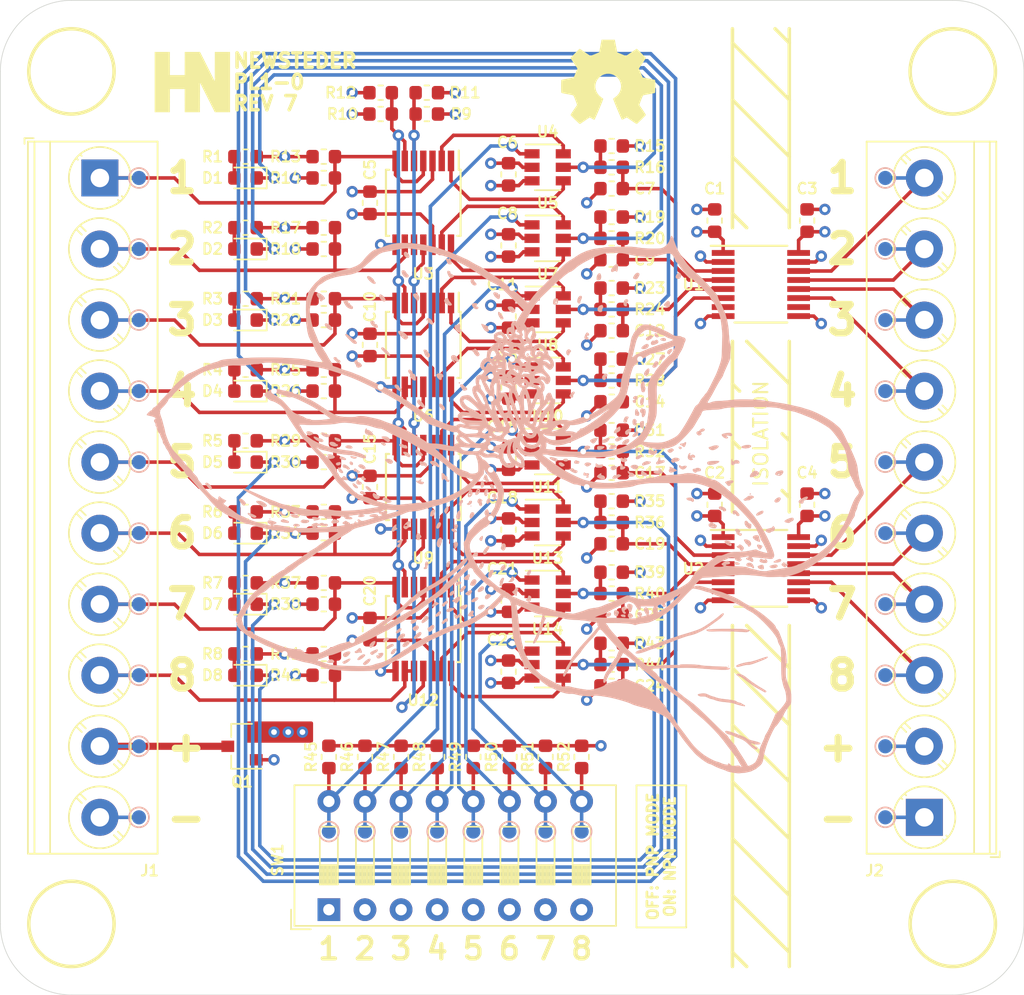
<source format=kicad_pcb>
(kicad_pcb (version 20171130) (host pcbnew "(5.1.5)-3")
  (layers (0 F.Cu signal) (1 In1.Cu power) (2 In2.Cu power) (31 B.Cu signal) (34 B.Paste user) (35 F.Paste user) (36 B.SilkS user) (37 F.SilkS user) (38 B.Mask user) (39 F.Mask user) (44 Edge.Cuts user))
  (net 0 "")
  (net 1 "Net-(U1-Pad7)")
  (net 2 "Net-(U1-Pad10)")
  (net 3 "Net-(U2-Pad10)")
  (net 4 "Net-(U2-Pad7)")
  (net 5 "Net-(U3-Pad1)")
  (net 6 "Net-(U3-Pad2)")
  (net 7 "Net-(U3-Pad13)")
  (net 8 "Net-(U3-Pad14)")
  (net 9 GND)
  (net 10 +5V)
  (net 11 "Net-(D1-Pad2)")
  (net 12 "Net-(U6-Pad1)")
  (net 13 "Net-(U6-Pad2)")
  (net 14 "Net-(U6-Pad13)")
  (net 15 "Net-(U6-Pad14)")
  (net 16 "Net-(U11-Pad4)")
  (net 17 "Net-(U11-Pad6)")
  (net 18 "Net-(U10-Pad6)")
  (net 19 "Net-(U10-Pad4)")
  (net 20 "Net-(U12-Pad14)")
  (net 21 "Net-(U12-Pad13)")
  (net 22 "Net-(U12-Pad2)")
  (net 23 "Net-(U12-Pad1)")
  (net 24 "Net-(D2-Pad2)")
  (net 25 "Net-(D3-Pad2)")
  (net 26 "Net-(D4-Pad2)")
  (net 27 "Net-(D5-Pad2)")
  (net 28 "Net-(D6-Pad2)")
  (net 29 "Net-(D7-Pad2)")
  (net 30 "Net-(D8-Pad2)")
  (net 31 /OUT_1)
  (net 32 /OUT_2)
  (net 33 /OUT_3)
  (net 34 /OUT_4)
  (net 35 /OUT_5)
  (net 36 /OUT_6)
  (net 37 /OUT_7)
  (net 38 /UOUT_1)
  (net 39 /UOUT_5)
  (net 40 /UOUT_6)
  (net 41 /UOUT_7)
  (net 42 /UOUT_8)
  (net 43 /UOUT_2)
  (net 44 /UOUT_3)
  (net 45 3.0V)
  (net 46 LV-)
  (net 47 LV+)
  (net 48 1.5V)
  (net 49 /UOUT_4)
  (net 50 /IN_1)
  (net 51 /IN_2)
  (net 52 /IN_3)
  (net 53 /IN_4)
  (net 54 /IN_5)
  (net 55 /IN_6)
  (net 56 /IN_7)
  (net 57 /IN_8)
  (net 58 "Net-(J1-Pad9)")
  (net 59 /OUT_8)
  (net 60 /MODE_8)
  (net 61 /MODE_7)
  (net 62 /MODE_6)
  (net 63 /MODE_5)
  (net 64 /MODE_4)
  (net 65 /MODE_3)
  (net 66 /MODE_2)
  (net 67 /MODE_1)
  (net 68 "Net-(D1-Pad1)")
  (net 69 "Net-(D2-Pad1)")
  (net 70 "Net-(D3-Pad1)")
  (net 71 "Net-(D4-Pad1)")
  (net 72 "Net-(D5-Pad1)")
  (net 73 "Net-(D6-Pad1)")
  (net 74 "Net-(D7-Pad1)")
  (net 75 "Net-(D8-Pad1)")
  (module newsteder:PL1-0 (layer B.Cu) (at 136 135 180)
    (fp_text reference G*** hide)
    (fp_text value LOGO hide)
  )
  (module Package_SO:TSSOP-14_4.4x5mm_P0.65mm (layer F.Cu) (at 129.75 114.25 270)
    (fp_text reference U3 (at 5 0) (layer F.SilkS) (effects (font (size 0.75 0.75))))
    (fp_text value LM339)
    (pad 1 smd rect (at -2.95 -1.95 270) (size 1.45 0.45) (layers F.Cu F.Paste F.Mask) (net 5 "Net-(U3-Pad1)"))
    (pad 2 smd rect (at -2.95 -1.3 270) (size 1.45 0.45) (layers F.Cu F.Paste F.Mask) (net 6 "Net-(U3-Pad2)"))
    (pad 3 smd rect (at -2.95 -0.65 270) (size 1.45 0.45) (layers F.Cu F.Paste F.Mask) (net 10 +5V))
    (pad 4 smd rect (at -2.95 0 270) (size 1.45 0.45) (layers F.Cu F.Paste F.Mask) (net 50 /IN_1))
    (pad 5 smd rect (at -2.95 0.65 270) (size 1.45 0.45) (layers F.Cu F.Paste F.Mask) (net 45 3.0V))
    (pad 6 smd rect (at -2.95 1.3 270) (size 1.45 0.45) (layers F.Cu F.Paste F.Mask) (net 48 1.5V))
    (pad 7 smd rect (at -2.95 1.95 270) (size 1.45 0.45) (layers F.Cu F.Paste F.Mask) (net 50 /IN_1))
    (pad 8 smd rect (at 2.95 1.95 270) (size 1.45 0.45) (layers F.Cu F.Paste F.Mask) (net 48 1.5V))
    (pad 9 smd rect (at 2.95 1.3 270) (size 1.45 0.45) (layers F.Cu F.Paste F.Mask) (net 51 /IN_2))
    (pad 10 smd rect (at 2.95 0.65 270) (size 1.45 0.45) (layers F.Cu F.Paste F.Mask) (net 51 /IN_2))
    (pad 11 smd rect (at 2.95 0 270) (size 1.45 0.45) (layers F.Cu F.Paste F.Mask) (net 45 3.0V))
    (pad 12 smd rect (at 2.95 -0.65 270) (size 1.45 0.45) (layers F.Cu F.Paste F.Mask) (net 9 GND))
    (pad 13 smd rect (at 2.95 -1.3 270) (size 1.45 0.45) (layers F.Cu F.Paste F.Mask) (net 7 "Net-(U3-Pad13)"))
    (pad 14 smd rect (at 2.95 -1.95 270) (size 1.45 0.45) (layers F.Cu F.Paste F.Mask) (net 8 "Net-(U3-Pad14)"))
  )
  (module Button_Switch_THT:SW_DIP_SPSTx08_Slide_9.78x22.5mm_W7.62mm_P2.54mm (layer F.Cu) (at 123.11 164 90)
    (fp_text reference SW1 (at 3.5 -3.61 270) (layer F.SilkS) (effects (font (size 0.75 0.75))))
    (fp_text value "MODE SELECT SWITCH")
    (pad 1 thru_hole rect (at 0 0 90) (size 1.6 1.6) (drill 0.8) (layers *.Cu *.Mask) (net 9 GND))
    (pad 9 thru_hole oval (at 7.62 17.78 90) (size 1.6 1.6) (drill 0.8) (layers *.Cu *.Mask) (net 60 /MODE_8))
    (pad 2 thru_hole oval (at 0 2.54 90) (size 1.6 1.6) (drill 0.8) (layers *.Cu *.Mask) (net 9 GND))
    (pad 10 thru_hole oval (at 7.62 15.24 90) (size 1.6 1.6) (drill 0.8) (layers *.Cu *.Mask) (net 61 /MODE_7))
    (pad 3 thru_hole oval (at 0 5.08 90) (size 1.6 1.6) (drill 0.8) (layers *.Cu *.Mask) (net 9 GND))
    (pad 11 thru_hole oval (at 7.62 12.7 90) (size 1.6 1.6) (drill 0.8) (layers *.Cu *.Mask) (net 62 /MODE_6))
    (pad 4 thru_hole oval (at 0 7.62 90) (size 1.6 1.6) (drill 0.8) (layers *.Cu *.Mask) (net 9 GND))
    (pad 12 thru_hole oval (at 7.62 10.16 90) (size 1.6 1.6) (drill 0.8) (layers *.Cu *.Mask) (net 63 /MODE_5))
    (pad 5 thru_hole oval (at 0 10.16 90) (size 1.6 1.6) (drill 0.8) (layers *.Cu *.Mask) (net 9 GND))
    (pad 13 thru_hole oval (at 7.62 7.62 90) (size 1.6 1.6) (drill 0.8) (layers *.Cu *.Mask) (net 64 /MODE_4))
    (pad 6 thru_hole oval (at 0 12.7 90) (size 1.6 1.6) (drill 0.8) (layers *.Cu *.Mask) (net 9 GND))
    (pad 14 thru_hole oval (at 7.62 5.08 90) (size 1.6 1.6) (drill 0.8) (layers *.Cu *.Mask) (net 65 /MODE_3))
    (pad 7 thru_hole oval (at 0 15.24 90) (size 1.6 1.6) (drill 0.8) (layers *.Cu *.Mask) (net 9 GND))
    (pad 15 thru_hole oval (at 7.62 2.54 90) (size 1.6 1.6) (drill 0.8) (layers *.Cu *.Mask) (net 66 /MODE_2))
    (pad 8 thru_hole oval (at 0 17.78 90) (size 1.6 1.6) (drill 0.8) (layers *.Cu *.Mask) (net 9 GND))
    (pad 16 thru_hole oval (at 7.62 0 90) (size 1.6 1.6) (drill 0.8) (layers *.Cu *.Mask) (net 67 /MODE_1))
  )
  (module Package_SO:TSSOP-14_4.4x5mm_P0.65mm (layer F.Cu) (at 129.75 134.25 270)
    (fp_text reference U9 (at 5 0) (layer F.SilkS) (effects (font (size 0.75 0.75))))
    (fp_text value LM339)
    (pad 14 smd rect (at 2.95 -1.95 270) (size 1.45 0.45) (layers F.Cu F.Paste F.Mask) (net 16 "Net-(U11-Pad4)"))
    (pad 13 smd rect (at 2.95 -1.3 270) (size 1.45 0.45) (layers F.Cu F.Paste F.Mask) (net 17 "Net-(U11-Pad6)"))
    (pad 12 smd rect (at 2.95 -0.65 270) (size 1.45 0.45) (layers F.Cu F.Paste F.Mask) (net 9 GND))
    (pad 11 smd rect (at 2.95 0 270) (size 1.45 0.45) (layers F.Cu F.Paste F.Mask) (net 45 3.0V))
    (pad 10 smd rect (at 2.95 0.65 270) (size 1.45 0.45) (layers F.Cu F.Paste F.Mask) (net 55 /IN_6))
    (pad 9 smd rect (at 2.95 1.3 270) (size 1.45 0.45) (layers F.Cu F.Paste F.Mask) (net 55 /IN_6))
    (pad 8 smd rect (at 2.95 1.95 270) (size 1.45 0.45) (layers F.Cu F.Paste F.Mask) (net 48 1.5V))
    (pad 7 smd rect (at -2.95 1.95 270) (size 1.45 0.45) (layers F.Cu F.Paste F.Mask) (net 54 /IN_5))
    (pad 6 smd rect (at -2.95 1.3 270) (size 1.45 0.45) (layers F.Cu F.Paste F.Mask) (net 48 1.5V))
    (pad 5 smd rect (at -2.95 0.65 270) (size 1.45 0.45) (layers F.Cu F.Paste F.Mask) (net 45 3.0V))
    (pad 4 smd rect (at -2.95 0 270) (size 1.45 0.45) (layers F.Cu F.Paste F.Mask) (net 54 /IN_5))
    (pad 3 smd rect (at -2.95 -0.65 270) (size 1.45 0.45) (layers F.Cu F.Paste F.Mask) (net 10 +5V))
    (pad 2 smd rect (at -2.95 -1.3 270) (size 1.45 0.45) (layers F.Cu F.Paste F.Mask) (net 18 "Net-(U10-Pad6)"))
    (pad 1 smd rect (at -2.95 -1.95 270) (size 1.45 0.45) (layers F.Cu F.Paste F.Mask) (net 19 "Net-(U10-Pad4)"))
  )
  (module Package_SO:TSSOP-14_4.4x5mm_P0.65mm (layer F.Cu) (at 129.75 124.25 270)
    (fp_text reference U6 (at 5 0) (layer F.SilkS) (effects (font (size 0.75 0.75))))
    (fp_text value LM339)
    (pad 1 smd rect (at -2.95 -1.95 270) (size 1.45 0.45) (layers F.Cu F.Paste F.Mask) (net 12 "Net-(U6-Pad1)"))
    (pad 2 smd rect (at -2.95 -1.3 270) (size 1.45 0.45) (layers F.Cu F.Paste F.Mask) (net 13 "Net-(U6-Pad2)"))
    (pad 3 smd rect (at -2.95 -0.65 270) (size 1.45 0.45) (layers F.Cu F.Paste F.Mask) (net 10 +5V))
    (pad 4 smd rect (at -2.95 0 270) (size 1.45 0.45) (layers F.Cu F.Paste F.Mask) (net 52 /IN_3))
    (pad 5 smd rect (at -2.95 0.65 270) (size 1.45 0.45) (layers F.Cu F.Paste F.Mask) (net 45 3.0V))
    (pad 6 smd rect (at -2.95 1.3 270) (size 1.45 0.45) (layers F.Cu F.Paste F.Mask) (net 48 1.5V))
    (pad 7 smd rect (at -2.95 1.95 270) (size 1.45 0.45) (layers F.Cu F.Paste F.Mask) (net 52 /IN_3))
    (pad 8 smd rect (at 2.95 1.95 270) (size 1.45 0.45) (layers F.Cu F.Paste F.Mask) (net 48 1.5V))
    (pad 9 smd rect (at 2.95 1.3 270) (size 1.45 0.45) (layers F.Cu F.Paste F.Mask) (net 53 /IN_4))
    (pad 10 smd rect (at 2.95 0.65 270) (size 1.45 0.45) (layers F.Cu F.Paste F.Mask) (net 53 /IN_4))
    (pad 11 smd rect (at 2.95 0 270) (size 1.45 0.45) (layers F.Cu F.Paste F.Mask) (net 45 3.0V))
    (pad 12 smd rect (at 2.95 -0.65 270) (size 1.45 0.45) (layers F.Cu F.Paste F.Mask) (net 9 GND))
    (pad 13 smd rect (at 2.95 -1.3 270) (size 1.45 0.45) (layers F.Cu F.Paste F.Mask) (net 14 "Net-(U6-Pad13)"))
    (pad 14 smd rect (at 2.95 -1.95 270) (size 1.45 0.45) (layers F.Cu F.Paste F.Mask) (net 15 "Net-(U6-Pad14)"))
  )
  (module Symbol:OSHW-Symbol_6.7x6mm_SilkScreen (layer F.Cu) (at 142.75 105.75)
    (fp_text reference REF** hide)
    (fp_text value OSHW-Symbol_6.7x6mm_SilkScreen hide)
  )
  (module newsteder:NEWSTEDER_Logo (layer F.Cu) (at 113.5 105.75)
    (fp_text reference G***)
    (fp_text value LOGO)
  )
  (module MountingHole:MountingHole_2.7mm_M2.5 (layer F.Cu) (at 105 165)
    (fp_text reference REF** hide)
    (fp_text value MountingHole_2.7mm_M2.5)
    (pad 1 np_thru_hole circle (at 0 0) (size 2.7 2.7) (drill 2.7) (layers *.Cu *.Mask))
  )
  (module MountingHole:MountingHole_2.7mm_M2.5 (layer F.Cu) (at 167 165)
    (fp_text reference REF** hide)
    (fp_text value MountingHole_2.7mm_M2.5)
    (pad 1 np_thru_hole circle (at 0 0) (size 2.7 2.7) (drill 2.7) (layers *.Cu *.Mask))
  )
  (module MountingHole:MountingHole_2.7mm_M2.5 (layer F.Cu) (at 167 105)
    (fp_text reference REF** hide)
    (fp_text value MountingHole_2.7mm_M2.5)
    (pad 1 np_thru_hole circle (at 0 0) (size 2.7 2.7) (drill 2.7) (layers *.Cu *.Mask))
  )
  (module MountingHole:MountingHole_2.7mm_M2.5 (layer F.Cu) (at 105 105)
    (fp_text reference REF** hide)
    (fp_text value MountingHole_2.7mm_M2.5)
    (pad 1 np_thru_hole circle (at 0 0) (size 2.7 2.7) (drill 2.7) (layers *.Cu *.Mask))
  )
  (module LED_SMD:LED_0603_1608Metric (layer F.Cu) (at 117.25 127.5 180)
    (fp_text reference D4 (at 1.5 0) (layer F.SilkS) (effects (font (size 0.75 0.75)) (justify right)))
    (fp_text value LED)
    (pad 1 smd roundrect (at -0.7875 0 180) (size 0.875 0.95) (layers F.Cu F.Paste F.Mask) (net 71 "Net-(D4-Pad1)"))
    (pad 2 smd roundrect (at 0.7875 0 180) (size 0.875 0.95) (layers F.Cu F.Paste F.Mask) (net 26 "Net-(D4-Pad2)"))
  )
  (module newsteder:TerminalBlock_Phoenix_PT-1,5-10-5.0-H_1x10_P5.00mm_Horizontal (layer F.Cu) (at 107 112.5 270)
    (fp_text reference J1 (at 48.75 -3.5 180) (layer F.SilkS) (effects (font (size 0.75 0.75))))
    (fp_text value "INPUT TERMINAL")
    (pad 1 thru_hole rect (at 0 0 270) (size 2.6 2.6) (drill 1.3) (layers *.Cu *.Mask) (net 50 /IN_1))
    (pad 2 thru_hole circle (at 5 0 270) (size 2.6 2.6) (drill 1.3) (layers *.Cu *.Mask) (net 51 /IN_2))
    (pad 3 thru_hole circle (at 10 0 270) (size 2.6 2.6) (drill 1.3) (layers *.Cu *.Mask) (net 52 /IN_3))
    (pad 4 thru_hole circle (at 15 0 270) (size 2.6 2.6) (drill 1.3) (layers *.Cu *.Mask) (net 53 /IN_4))
    (pad 5 thru_hole circle (at 20 0 270) (size 2.6 2.6) (drill 1.3) (layers *.Cu *.Mask) (net 54 /IN_5))
    (pad 6 thru_hole circle (at 25 0 270) (size 2.6 2.6) (drill 1.3) (layers *.Cu *.Mask) (net 55 /IN_6))
    (pad 7 thru_hole circle (at 30 0 270) (size 2.6 2.6) (drill 1.3) (layers *.Cu *.Mask) (net 56 /IN_7))
    (pad 8 thru_hole circle (at 35 0 270) (size 2.6 2.6) (drill 1.3) (layers *.Cu *.Mask) (net 57 /IN_8))
    (pad 9 thru_hole circle (at 40 0 270) (size 2.6 2.6) (drill 1.3) (layers *.Cu *.Mask) (net 58 "Net-(J1-Pad9)"))
    (pad 10 thru_hole circle (at 45 0 270) (size 2.6 2.6) (drill 1.3) (layers *.Cu *.Mask) (net 9 GND))
  )
  (module Package_SO:QSOP-16_3.9x4.9mm_P0.635mm (layer F.Cu) (at 153.5 120)
    (fp_text reference U1 (at -4.75 0) (layer F.SilkS) (effects (font (size 0.75 0.75))))
    (fp_text value Si8645BA-B-IU)
    (pad 1 smd rect (at -2.6543 -2.2225) (size 1.6 0.41) (layers F.Cu F.Paste F.Mask) (net 10 +5V))
    (pad 2 smd rect (at -2.6543 -1.5875) (size 1.6 0.41) (layers F.Cu F.Paste F.Mask) (net 9 GND))
    (pad 3 smd rect (at -2.6543 -0.9525) (size 1.6 0.41) (layers F.Cu F.Paste F.Mask) (net 38 /UOUT_1))
    (pad 4 smd rect (at -2.6543 -0.3175) (size 1.6 0.41) (layers F.Cu F.Paste F.Mask) (net 43 /UOUT_2))
    (pad 5 smd rect (at -2.6543 0.3175) (size 1.6 0.41) (layers F.Cu F.Paste F.Mask) (net 44 /UOUT_3))
    (pad 6 smd rect (at -2.6543 0.9525) (size 1.6 0.41) (layers F.Cu F.Paste F.Mask) (net 49 /UOUT_4))
    (pad 7 smd rect (at -2.6543 1.5875) (size 1.6 0.41) (layers F.Cu F.Paste F.Mask) (net 1 "Net-(U1-Pad7)"))
    (pad 8 smd rect (at -2.6543 2.2225) (size 1.6 0.41) (layers F.Cu F.Paste F.Mask) (net 9 GND))
    (pad 9 smd rect (at 2.6543 2.2225) (size 1.6 0.41) (layers F.Cu F.Paste F.Mask) (net 46 LV-))
    (pad 10 smd rect (at 2.6543 1.5875) (size 1.6 0.41) (layers F.Cu F.Paste F.Mask) (net 2 "Net-(U1-Pad10)"))
    (pad 11 smd rect (at 2.6543 0.9525) (size 1.6 0.41) (layers F.Cu F.Paste F.Mask) (net 34 /OUT_4))
    (pad 12 smd rect (at 2.6543 0.3175) (size 1.6 0.41) (layers F.Cu F.Paste F.Mask) (net 33 /OUT_3))
    (pad 13 smd rect (at 2.6543 -0.3175) (size 1.6 0.41) (layers F.Cu F.Paste F.Mask) (net 32 /OUT_2))
    (pad 14 smd rect (at 2.6543 -0.9525) (size 1.6 0.41) (layers F.Cu F.Paste F.Mask) (net 31 /OUT_1))
    (pad 15 smd rect (at 2.6543 -1.5875) (size 1.6 0.41) (layers F.Cu F.Paste F.Mask) (net 46 LV-))
    (pad 16 smd rect (at 2.6543 -2.2225) (size 1.6 0.41) (layers F.Cu F.Paste F.Mask) (net 47 LV+))
  )
  (module newsteder:TerminalBlock_Phoenix_PT-1,5-10-5.0-H_1x10_P5.00mm_Horizontal (layer F.Cu) (at 165 157.5 90)
    (fp_text reference J2 (at -3.75 -3.5 180) (layer F.SilkS) (effects (font (size 0.75 0.75))))
    (fp_text value "OUTPUT TERMINAL")
    (pad 10 thru_hole circle (at 45 0 90) (size 2.6 2.6) (drill 1.3) (layers *.Cu *.Mask) (net 31 /OUT_1))
    (pad 9 thru_hole circle (at 40 0 90) (size 2.6 2.6) (drill 1.3) (layers *.Cu *.Mask) (net 32 /OUT_2))
    (pad 8 thru_hole circle (at 35 0 90) (size 2.6 2.6) (drill 1.3) (layers *.Cu *.Mask) (net 33 /OUT_3))
    (pad 7 thru_hole circle (at 30 0 90) (size 2.6 2.6) (drill 1.3) (layers *.Cu *.Mask) (net 34 /OUT_4))
    (pad 6 thru_hole circle (at 25 0 90) (size 2.6 2.6) (drill 1.3) (layers *.Cu *.Mask) (net 35 /OUT_5))
    (pad 5 thru_hole circle (at 20 0 90) (size 2.6 2.6) (drill 1.3) (layers *.Cu *.Mask) (net 36 /OUT_6))
    (pad 4 thru_hole circle (at 15 0 90) (size 2.6 2.6) (drill 1.3) (layers *.Cu *.Mask) (net 37 /OUT_7))
    (pad 3 thru_hole circle (at 10 0 90) (size 2.6 2.6) (drill 1.3) (layers *.Cu *.Mask) (net 59 /OUT_8))
    (pad 2 thru_hole circle (at 5 0 90) (size 2.6 2.6) (drill 1.3) (layers *.Cu *.Mask) (net 47 LV+))
    (pad 1 thru_hole rect (at 0 0 90) (size 2.6 2.6) (drill 1.3) (layers *.Cu *.Mask) (net 46 LV-))
  )
  (module Package_SO:QSOP-16_3.9x4.9mm_P0.635mm (layer F.Cu) (at 153.5 140)
    (fp_text reference U2 (at -4.75 0) (layer F.SilkS) (effects (font (size 0.75 0.75))))
    (fp_text value Si8645BA-B-IU)
    (pad 16 smd rect (at 2.6543 -2.2225) (size 1.6 0.41) (layers F.Cu F.Paste F.Mask) (net 47 LV+))
    (pad 15 smd rect (at 2.6543 -1.5875) (size 1.6 0.41) (layers F.Cu F.Paste F.Mask) (net 46 LV-))
    (pad 14 smd rect (at 2.6543 -0.9525) (size 1.6 0.41) (layers F.Cu F.Paste F.Mask) (net 35 /OUT_5))
    (pad 13 smd rect (at 2.6543 -0.3175) (size 1.6 0.41) (layers F.Cu F.Paste F.Mask) (net 36 /OUT_6))
    (pad 12 smd rect (at 2.6543 0.3175) (size 1.6 0.41) (layers F.Cu F.Paste F.Mask) (net 37 /OUT_7))
    (pad 11 smd rect (at 2.6543 0.9525) (size 1.6 0.41) (layers F.Cu F.Paste F.Mask) (net 59 /OUT_8))
    (pad 10 smd rect (at 2.6543 1.5875) (size 1.6 0.41) (layers F.Cu F.Paste F.Mask) (net 3 "Net-(U2-Pad10)"))
    (pad 9 smd rect (at 2.6543 2.2225) (size 1.6 0.41) (layers F.Cu F.Paste F.Mask) (net 46 LV-))
    (pad 8 smd rect (at -2.6543 2.2225) (size 1.6 0.41) (layers F.Cu F.Paste F.Mask) (net 9 GND))
    (pad 7 smd rect (at -2.6543 1.5875) (size 1.6 0.41) (layers F.Cu F.Paste F.Mask) (net 4 "Net-(U2-Pad7)"))
    (pad 6 smd rect (at -2.6543 0.9525) (size 1.6 0.41) (layers F.Cu F.Paste F.Mask) (net 42 /UOUT_8))
    (pad 5 smd rect (at -2.6543 0.3175) (size 1.6 0.41) (layers F.Cu F.Paste F.Mask) (net 41 /UOUT_7))
    (pad 4 smd rect (at -2.6543 -0.3175) (size 1.6 0.41) (layers F.Cu F.Paste F.Mask) (net 40 /UOUT_6))
    (pad 3 smd rect (at -2.6543 -0.9525) (size 1.6 0.41) (layers F.Cu F.Paste F.Mask) (net 39 /UOUT_5))
    (pad 2 smd rect (at -2.6543 -1.5875) (size 1.6 0.41) (layers F.Cu F.Paste F.Mask) (net 9 GND))
    (pad 1 smd rect (at -2.6543 -2.2225) (size 1.6 0.41) (layers F.Cu F.Paste F.Mask) (net 10 +5V))
  )
  (module LED_SMD:LED_0603_1608Metric (layer F.Cu) (at 117.25 112.5 180)
    (fp_text reference D1 (at 1.5 0) (layer F.SilkS) (effects (font (size 0.75 0.75)) (justify right)))
    (fp_text value LED)
    (pad 1 smd roundrect (at -0.7875 0 180) (size 0.875 0.95) (layers F.Cu F.Paste F.Mask) (net 68 "Net-(D1-Pad1)"))
    (pad 2 smd roundrect (at 0.7875 0 180) (size 0.875 0.95) (layers F.Cu F.Paste F.Mask) (net 11 "Net-(D1-Pad2)"))
  )
  (module Capacitor_SMD:C_0603_1608Metric (layer F.Cu) (at 150.25 115.5 270)
    (fp_text reference C1 (at -2.25 0 180) (layer F.SilkS) (effects (font (size 0.75 0.75))))
    (fp_text value 0.1uF)
    (pad 2 smd roundrect (at 0.7875 0 270) (size 0.875 0.95) (layers F.Cu F.Paste F.Mask) (net 10 +5V))
    (pad 1 smd roundrect (at -0.7875 0 270) (size 0.875 0.95) (layers F.Cu F.Paste F.Mask) (net 9 GND))
  )
  (module Capacitor_SMD:C_0603_1608Metric (layer F.Cu) (at 150.25 135.5 270)
    (fp_text reference C2 (at -2.25 0 180) (layer F.SilkS) (effects (font (size 0.75 0.75))))
    (fp_text value 0.1uF)
    (pad 2 smd roundrect (at 0.7875 0 270) (size 0.875 0.95) (layers F.Cu F.Paste F.Mask) (net 10 +5V))
    (pad 1 smd roundrect (at -0.7875 0 270) (size 0.875 0.95) (layers F.Cu F.Paste F.Mask) (net 9 GND))
  )
  (module Capacitor_SMD:C_0603_1608Metric (layer F.Cu) (at 156.75 115.5 270)
    (fp_text reference C3 (at -2.25 0 180) (layer F.SilkS) (effects (font (size 0.75 0.75))))
    (fp_text value 0.1uF)
    (pad 2 smd roundrect (at 0.7875 0 270) (size 0.875 0.95) (layers F.Cu F.Paste F.Mask) (net 47 LV+))
    (pad 1 smd roundrect (at -0.7875 0 270) (size 0.875 0.95) (layers F.Cu F.Paste F.Mask) (net 46 LV-))
  )
  (module Capacitor_SMD:C_0603_1608Metric (layer F.Cu) (at 156.75 135.5 270)
    (fp_text reference C4 (at -2.25 0 180) (layer F.SilkS) (effects (font (size 0.75 0.75))))
    (fp_text value 0.1uF)
    (pad 1 smd roundrect (at -0.7875 0 270) (size 0.875 0.95) (layers F.Cu F.Paste F.Mask) (net 46 LV-))
    (pad 2 smd roundrect (at 0.7875 0 270) (size 0.875 0.95) (layers F.Cu F.Paste F.Mask) (net 47 LV+))
  )
  (module Capacitor_SMD:C_0603_1608Metric (layer F.Cu) (at 126 114.25 270)
    (fp_text reference C5 (at -1.5 0 90) (layer F.SilkS) (effects (font (size 0.75 0.75)) (justify left)))
    (fp_text value 0.1uF)
    (pad 2 smd roundrect (at 0.7875 0 270) (size 0.875 0.95) (layers F.Cu F.Paste F.Mask) (net 9 GND))
    (pad 1 smd roundrect (at -0.7875 0 270) (size 0.875 0.95) (layers F.Cu F.Paste F.Mask) (net 10 +5V))
  )
  (module Capacitor_SMD:C_0603_1608Metric (layer F.Cu) (at 135.75 112.25 270)
    (fp_text reference C6 (at -2.25 -0.75) (layer F.SilkS) (effects (font (size 0.75 0.75)) (justify right)))
    (fp_text value 0.1uF)
    (pad 2 smd roundrect (at 0.7875 0 270) (size 0.875 0.95) (layers F.Cu F.Paste F.Mask) (net 9 GND))
    (pad 1 smd roundrect (at -0.7875 0 270) (size 0.875 0.95) (layers F.Cu F.Paste F.Mask) (net 10 +5V))
  )
  (module Capacitor_SMD:C_0603_1608Metric (layer F.Cu) (at 143 113.25 180)
    (fp_text reference C7 (at -1.5 0) (layer F.SilkS) (effects (font (size 0.75 0.75)) (justify left)))
    (fp_text value 0.1uF)
    (pad 1 smd roundrect (at -0.7875 0 180) (size 0.875 0.95) (layers F.Cu F.Paste F.Mask) (net 38 /UOUT_1))
    (pad 2 smd roundrect (at 0.7875 0 180) (size 0.875 0.95) (layers F.Cu F.Paste F.Mask) (net 9 GND))
  )
  (module Capacitor_SMD:C_0603_1608Metric (layer F.Cu) (at 135.75 117.25 270)
    (fp_text reference C8 (at -2.25 -0.75 180) (layer F.SilkS) (effects (font (size 0.75 0.75)) (justify right)))
    (fp_text value 0.1uF)
    (pad 1 smd roundrect (at -0.7875 0 270) (size 0.875 0.95) (layers F.Cu F.Paste F.Mask) (net 10 +5V))
    (pad 2 smd roundrect (at 0.7875 0 270) (size 0.875 0.95) (layers F.Cu F.Paste F.Mask) (net 9 GND))
  )
  (module Capacitor_SMD:C_0603_1608Metric (layer F.Cu) (at 143 118.25 180)
    (fp_text reference C9 (at -1.5 0) (layer F.SilkS) (effects (font (size 0.75 0.75)) (justify left)))
    (fp_text value 0.1uF)
    (pad 2 smd roundrect (at 0.7875 0 180) (size 0.875 0.95) (layers F.Cu F.Paste F.Mask) (net 9 GND))
    (pad 1 smd roundrect (at -0.7875 0 180) (size 0.875 0.95) (layers F.Cu F.Paste F.Mask) (net 43 /UOUT_2))
  )
  (module Capacitor_SMD:C_0603_1608Metric (layer F.Cu) (at 126 124.25 270)
    (fp_text reference C10 (at -1.5 0 270) (layer F.SilkS) (effects (font (size 0.75 0.75)) (justify left)))
    (fp_text value 0.1uF)
    (pad 1 smd roundrect (at -0.7875 0 270) (size 0.875 0.95) (layers F.Cu F.Paste F.Mask) (net 10 +5V))
    (pad 2 smd roundrect (at 0.7875 0 270) (size 0.875 0.95) (layers F.Cu F.Paste F.Mask) (net 9 GND))
  )
  (module Capacitor_SMD:C_0603_1608Metric (layer F.Cu) (at 135.75 122.25 270)
    (fp_text reference C11 (at -2.25 -0.75) (layer F.SilkS) (effects (font (size 0.75 0.75)) (justify right)))
    (fp_text value 0.1uF)
    (pad 1 smd roundrect (at -0.7875 0 270) (size 0.875 0.95) (layers F.Cu F.Paste F.Mask) (net 10 +5V))
    (pad 2 smd roundrect (at 0.7875 0 270) (size 0.875 0.95) (layers F.Cu F.Paste F.Mask) (net 9 GND))
  )
  (module Capacitor_SMD:C_0603_1608Metric (layer F.Cu) (at 143 123.25 180)
    (fp_text reference C12 (at -1.5 0) (layer F.SilkS) (effects (font (size 0.75 0.75)) (justify left)))
    (fp_text value 0.1uF)
    (pad 1 smd roundrect (at -0.7875 0 180) (size 0.875 0.95) (layers F.Cu F.Paste F.Mask) (net 44 /UOUT_3))
    (pad 2 smd roundrect (at 0.7875 0 180) (size 0.875 0.95) (layers F.Cu F.Paste F.Mask) (net 9 GND))
  )
  (module Resistor_SMD:R_0603_1608Metric (layer F.Cu) (at 117.25 111 180)
    (fp_text reference R1 (at 1.5 0) (layer F.SilkS) (effects (font (size 0.75 0.75)) (justify right)))
    (fp_text value 1k)
    (pad 2 smd roundrect (at 0.7875 0 180) (size 0.875 0.95) (layers F.Cu F.Paste F.Mask) (net 11 "Net-(D1-Pad2)"))
    (pad 1 smd roundrect (at -0.7875 0 180) (size 0.875 0.95) (layers F.Cu F.Paste F.Mask) (net 10 +5V))
  )
  (module Resistor_SMD:R_0603_1608Metric (layer F.Cu) (at 117.25 116 180)
    (fp_text reference R2 (at 1.5 0 180) (layer F.SilkS) (effects (font (size 0.75 0.75)) (justify right)))
    (fp_text value 1k)
    (pad 1 smd roundrect (at -0.7875 0 180) (size 0.875 0.95) (layers F.Cu F.Paste F.Mask) (net 10 +5V))
    (pad 2 smd roundrect (at 0.7875 0 180) (size 0.875 0.95) (layers F.Cu F.Paste F.Mask) (net 24 "Net-(D2-Pad2)"))
  )
  (module Resistor_SMD:R_0603_1608Metric (layer F.Cu) (at 117.25 121 180)
    (fp_text reference R3 (at 1.5 0 180) (layer F.SilkS) (effects (font (size 0.75 0.75)) (justify right)))
    (fp_text value 1k)
    (pad 1 smd roundrect (at -0.7875 0 180) (size 0.875 0.95) (layers F.Cu F.Paste F.Mask) (net 10 +5V))
    (pad 2 smd roundrect (at 0.7875 0 180) (size 0.875 0.95) (layers F.Cu F.Paste F.Mask) (net 25 "Net-(D3-Pad2)"))
  )
  (module Resistor_SMD:R_0603_1608Metric (layer F.Cu) (at 117.25 126 180)
    (fp_text reference R4 (at 1.5 0) (layer F.SilkS) (effects (font (size 0.75 0.75)) (justify right)))
    (fp_text value 1k)
    (pad 2 smd roundrect (at 0.7875 0 180) (size 0.875 0.95) (layers F.Cu F.Paste F.Mask) (net 26 "Net-(D4-Pad2)"))
    (pad 1 smd roundrect (at -0.7875 0 180) (size 0.875 0.95) (layers F.Cu F.Paste F.Mask) (net 10 +5V))
  )
  (module Resistor_SMD:R_0603_1608Metric (layer F.Cu) (at 117.25 131 180)
    (fp_text reference R5 (at 1.5 0) (layer F.SilkS) (effects (font (size 0.75 0.75)) (justify right)))
    (fp_text value 1k)
    (pad 1 smd roundrect (at -0.7875 0 180) (size 0.875 0.95) (layers F.Cu F.Paste F.Mask) (net 10 +5V))
    (pad 2 smd roundrect (at 0.7875 0 180) (size 0.875 0.95) (layers F.Cu F.Paste F.Mask) (net 27 "Net-(D5-Pad2)"))
  )
  (module Resistor_SMD:R_0603_1608Metric (layer F.Cu) (at 117.25 136 180)
    (fp_text reference R6 (at 1.5 0) (layer F.SilkS) (effects (font (size 0.75 0.75)) (justify right)))
    (fp_text value 1k)
    (pad 2 smd roundrect (at 0.7875 0 180) (size 0.875 0.95) (layers F.Cu F.Paste F.Mask) (net 28 "Net-(D6-Pad2)"))
    (pad 1 smd roundrect (at -0.7875 0 180) (size 0.875 0.95) (layers F.Cu F.Paste F.Mask) (net 10 +5V))
  )
  (module Resistor_SMD:R_0603_1608Metric (layer F.Cu) (at 117.25 141 180)
    (fp_text reference R7 (at 1.5 0 180) (layer F.SilkS) (effects (font (size 0.75 0.75)) (justify right)))
    (fp_text value 1k)
    (pad 1 smd roundrect (at -0.7875 0 180) (size 0.875 0.95) (layers F.Cu F.Paste F.Mask) (net 10 +5V))
    (pad 2 smd roundrect (at 0.7875 0 180) (size 0.875 0.95) (layers F.Cu F.Paste F.Mask) (net 29 "Net-(D7-Pad2)"))
  )
  (module Resistor_SMD:R_0603_1608Metric (layer F.Cu) (at 117.25 146 180)
    (fp_text reference R8 (at 1.5 0 180) (layer F.SilkS) (effects (font (size 0.75 0.75)) (justify right)))
    (fp_text value 1k)
    (pad 2 smd roundrect (at 0.7875 0 180) (size 0.875 0.95) (layers F.Cu F.Paste F.Mask) (net 30 "Net-(D8-Pad2)"))
    (pad 1 smd roundrect (at -0.7875 0 180) (size 0.875 0.95) (layers F.Cu F.Paste F.Mask) (net 10 +5V))
  )
  (module Resistor_SMD:R_0603_1608Metric (layer F.Cu) (at 130 108 180)
    (fp_text reference R9 (at -3.25 0) (layer F.SilkS) (effects (font (size 0.75 0.75)) (justify right)))
    (fp_text value 240R)
    (pad 1 smd roundrect (at -0.7875 0 180) (size 0.875 0.95) (layers F.Cu F.Paste F.Mask) (net 10 +5V))
    (pad 2 smd roundrect (at 0.7875 0 180) (size 0.875 0.95) (layers F.Cu F.Paste F.Mask) (net 45 3.0V))
  )
  (module Resistor_SMD:R_0603_1608Metric (layer F.Cu) (at 126.75 108)
    (fp_text reference R10 (at -1.5 0) (layer F.SilkS) (effects (font (size 0.75 0.75)) (justify right)))
    (fp_text value 732R)
    (pad 2 smd roundrect (at 0.7875 0) (size 0.875 0.95) (layers F.Cu F.Paste F.Mask) (net 48 1.5V))
    (pad 1 smd roundrect (at -0.7875 0) (size 0.875 0.95) (layers F.Cu F.Paste F.Mask) (net 10 +5V))
  )
  (module Resistor_SMD:R_0603_1608Metric (layer F.Cu) (at 130 106.5)
    (fp_text reference R11 (at 1.5 0) (layer F.SilkS) (effects (font (size 0.75 0.75)) (justify left)))
    (fp_text value 360R)
    (pad 2 smd roundrect (at 0.7875 0) (size 0.875 0.95) (layers F.Cu F.Paste F.Mask) (net 9 GND))
    (pad 1 smd roundrect (at -0.7875 0) (size 0.875 0.95) (layers F.Cu F.Paste F.Mask) (net 45 3.0V))
  )
  (module Resistor_SMD:R_0603_1608Metric (layer F.Cu) (at 126.75 106.5 180)
    (fp_text reference R12 (at 4 0 180) (layer F.SilkS) (effects (font (size 0.75 0.75)) (justify left)))
    (fp_text value 316R)
    (pad 1 smd roundrect (at -0.7875 0 180) (size 0.875 0.95) (layers F.Cu F.Paste F.Mask) (net 48 1.5V))
    (pad 2 smd roundrect (at 0.7875 0 180) (size 0.875 0.95) (layers F.Cu F.Paste F.Mask) (net 9 GND))
  )
  (module Resistor_SMD:R_0603_1608Metric (layer F.Cu) (at 122.75 111)
    (fp_text reference R13 (at -1.5 0) (layer F.SilkS) (effects (font (size 0.75 0.75)) (justify right)))
    (fp_text value 10k)
    (pad 1 smd roundrect (at -0.7875 0) (size 0.875 0.95) (layers F.Cu F.Paste F.Mask) (net 10 +5V))
    (pad 2 smd roundrect (at 0.7875 0) (size 0.875 0.95) (layers F.Cu F.Paste F.Mask) (net 50 /IN_1))
  )
  (module Resistor_SMD:R_0603_1608Metric (layer F.Cu) (at 122.75 112.5 180)
    (fp_text reference R14 (at 1.5 0) (layer F.SilkS) (effects (font (size 0.75 0.75)) (justify right)))
    (fp_text value 10k)
    (pad 2 smd roundrect (at 0.7875 0 180) (size 0.875 0.95) (layers F.Cu F.Paste F.Mask) (net 9 GND))
    (pad 1 smd roundrect (at -0.7875 0 180) (size 0.875 0.95) (layers F.Cu F.Paste F.Mask) (net 50 /IN_1))
  )
  (module Resistor_SMD:R_0603_1608Metric (layer F.Cu) (at 143 110.25 180)
    (fp_text reference R15 (at -1.5 0) (layer F.SilkS) (effects (font (size 0.75 0.75)) (justify left)))
    (fp_text value 10k)
    (pad 1 smd roundrect (at -0.7875 0 180) (size 0.875 0.95) (layers F.Cu F.Paste F.Mask) (net 10 +5V))
    (pad 2 smd roundrect (at 0.7875 0 180) (size 0.875 0.95) (layers F.Cu F.Paste F.Mask) (net 68 "Net-(D1-Pad1)"))
  )
  (module Resistor_SMD:R_0603_1608Metric (layer F.Cu) (at 143 111.75 180)
    (fp_text reference R16 (at -1.5 0 180) (layer F.SilkS) (effects (font (size 0.75 0.75)) (justify left)))
    (fp_text value 10k)
    (pad 2 smd roundrect (at 0.7875 0 180) (size 0.875 0.95) (layers F.Cu F.Paste F.Mask) (net 68 "Net-(D1-Pad1)"))
    (pad 1 smd roundrect (at -0.7875 0 180) (size 0.875 0.95) (layers F.Cu F.Paste F.Mask) (net 38 /UOUT_1))
  )
  (module Resistor_SMD:R_0603_1608Metric (layer F.Cu) (at 122.75 116)
    (fp_text reference R17 (at -1.5 0) (layer F.SilkS) (effects (font (size 0.75 0.75)) (justify right)))
    (fp_text value 10k)
    (pad 1 smd roundrect (at -0.7875 0) (size 0.875 0.95) (layers F.Cu F.Paste F.Mask) (net 10 +5V))
    (pad 2 smd roundrect (at 0.7875 0) (size 0.875 0.95) (layers F.Cu F.Paste F.Mask) (net 51 /IN_2))
  )
  (module Resistor_SMD:R_0603_1608Metric (layer F.Cu) (at 122.75 117.5 180)
    (fp_text reference R18 (at 1.5 0) (layer F.SilkS) (effects (font (size 0.75 0.75)) (justify right)))
    (fp_text value 10k)
    (pad 2 smd roundrect (at 0.7875 0 180) (size 0.875 0.95) (layers F.Cu F.Paste F.Mask) (net 9 GND))
    (pad 1 smd roundrect (at -0.7875 0 180) (size 0.875 0.95) (layers F.Cu F.Paste F.Mask) (net 51 /IN_2))
  )
  (module Resistor_SMD:R_0603_1608Metric (layer F.Cu) (at 143 115.25 180)
    (fp_text reference R19 (at -1.5 0 180) (layer F.SilkS) (effects (font (size 0.75 0.75)) (justify left)))
    (fp_text value 10k)
    (pad 1 smd roundrect (at -0.7875 0 180) (size 0.875 0.95) (layers F.Cu F.Paste F.Mask) (net 10 +5V))
    (pad 2 smd roundrect (at 0.7875 0 180) (size 0.875 0.95) (layers F.Cu F.Paste F.Mask) (net 69 "Net-(D2-Pad1)"))
  )
  (module Resistor_SMD:R_0603_1608Metric (layer F.Cu) (at 143 116.75 180)
    (fp_text reference R20 (at -1.5 0) (layer F.SilkS) (effects (font (size 0.75 0.75)) (justify left)))
    (fp_text value 10k)
    (pad 2 smd roundrect (at 0.7875 0 180) (size 0.875 0.95) (layers F.Cu F.Paste F.Mask) (net 69 "Net-(D2-Pad1)"))
    (pad 1 smd roundrect (at -0.7875 0 180) (size 0.875 0.95) (layers F.Cu F.Paste F.Mask) (net 43 /UOUT_2))
  )
  (module Resistor_SMD:R_0603_1608Metric (layer F.Cu) (at 122.75 121)
    (fp_text reference R21 (at -1.5 0) (layer F.SilkS) (effects (font (size 0.75 0.75)) (justify right)))
    (fp_text value 10k)
    (pad 1 smd roundrect (at -0.7875 0) (size 0.875 0.95) (layers F.Cu F.Paste F.Mask) (net 10 +5V))
    (pad 2 smd roundrect (at 0.7875 0) (size 0.875 0.95) (layers F.Cu F.Paste F.Mask) (net 52 /IN_3))
  )
  (module Resistor_SMD:R_0603_1608Metric (layer F.Cu) (at 122.75 122.5 180)
    (fp_text reference R22 (at 1.5 0) (layer F.SilkS) (effects (font (size 0.75 0.75)) (justify right)))
    (fp_text value 10k)
    (pad 2 smd roundrect (at 0.7875 0 180) (size 0.875 0.95) (layers F.Cu F.Paste F.Mask) (net 9 GND))
    (pad 1 smd roundrect (at -0.7875 0 180) (size 0.875 0.95) (layers F.Cu F.Paste F.Mask) (net 52 /IN_3))
  )
  (module Resistor_SMD:R_0603_1608Metric (layer F.Cu) (at 143 120.25 180)
    (fp_text reference R23 (at -1.5 0 180) (layer F.SilkS) (effects (font (size 0.75 0.75)) (justify left)))
    (fp_text value 10k)
    (pad 2 smd roundrect (at 0.7875 0 180) (size 0.875 0.95) (layers F.Cu F.Paste F.Mask) (net 70 "Net-(D3-Pad1)"))
    (pad 1 smd roundrect (at -0.7875 0 180) (size 0.875 0.95) (layers F.Cu F.Paste F.Mask) (net 10 +5V))
  )
  (module Resistor_SMD:R_0603_1608Metric (layer F.Cu) (at 143 121.75 180)
    (fp_text reference R24 (at -1.5 0 180) (layer F.SilkS) (effects (font (size 0.75 0.75)) (justify left)))
    (fp_text value 10k)
    (pad 2 smd roundrect (at 0.7875 0 180) (size 0.875 0.95) (layers F.Cu F.Paste F.Mask) (net 70 "Net-(D3-Pad1)"))
    (pad 1 smd roundrect (at -0.7875 0 180) (size 0.875 0.95) (layers F.Cu F.Paste F.Mask) (net 44 /UOUT_3))
  )
  (module Resistor_SMD:R_0603_1608Metric (layer F.Cu) (at 122.75 126)
    (fp_text reference R25 (at -1.5 0) (layer F.SilkS) (effects (font (size 0.75 0.75)) (justify right)))
    (fp_text value 10k)
    (pad 1 smd roundrect (at -0.7875 0) (size 0.875 0.95) (layers F.Cu F.Paste F.Mask) (net 10 +5V))
    (pad 2 smd roundrect (at 0.7875 0) (size 0.875 0.95) (layers F.Cu F.Paste F.Mask) (net 53 /IN_4))
  )
  (module Resistor_SMD:R_0603_1608Metric (layer F.Cu) (at 122.75 127.5 180)
    (fp_text reference R26 (at 1.5 0) (layer F.SilkS) (effects (font (size 0.75 0.75)) (justify right)))
    (fp_text value 10k)
    (pad 2 smd roundrect (at 0.7875 0 180) (size 0.875 0.95) (layers F.Cu F.Paste F.Mask) (net 9 GND))
    (pad 1 smd roundrect (at -0.7875 0 180) (size 0.875 0.95) (layers F.Cu F.Paste F.Mask) (net 53 /IN_4))
  )
  (module Resistor_SMD:R_0603_1608Metric (layer F.Cu) (at 143 125.25 180)
    (fp_text reference R27 (at -1.5 0 180) (layer F.SilkS) (effects (font (size 0.75 0.75)) (justify left)))
    (fp_text value 10k)
    (pad 1 smd roundrect (at -0.7875 0 180) (size 0.875 0.95) (layers F.Cu F.Paste F.Mask) (net 10 +5V))
    (pad 2 smd roundrect (at 0.7875 0 180) (size 0.875 0.95) (layers F.Cu F.Paste F.Mask) (net 71 "Net-(D4-Pad1)"))
  )
  (module Resistor_SMD:R_0603_1608Metric (layer F.Cu) (at 143 126.75 180)
    (fp_text reference R28 (at -1.5 0) (layer F.SilkS) (effects (font (size 0.75 0.75)) (justify left)))
    (fp_text value 10k)
    (pad 2 smd roundrect (at 0.7875 0 180) (size 0.875 0.95) (layers F.Cu F.Paste F.Mask) (net 71 "Net-(D4-Pad1)"))
    (pad 1 smd roundrect (at -0.7875 0 180) (size 0.875 0.95) (layers F.Cu F.Paste F.Mask) (net 49 /UOUT_4))
  )
  (module Resistor_SMD:R_0603_1608Metric (layer F.Cu) (at 122.75 131)
    (fp_text reference R29 (at -1.5 0) (layer F.SilkS) (effects (font (size 0.75 0.75)) (justify right)))
    (fp_text value 10k)
    (pad 1 smd roundrect (at -0.7875 0) (size 0.875 0.95) (layers F.Cu F.Paste F.Mask) (net 10 +5V))
    (pad 2 smd roundrect (at 0.7875 0) (size 0.875 0.95) (layers F.Cu F.Paste F.Mask) (net 54 /IN_5))
  )
  (module Resistor_SMD:R_0603_1608Metric (layer F.Cu) (at 122.75 132.5 180)
    (fp_text reference R30 (at 1.5 0) (layer F.SilkS) (effects (font (size 0.75 0.75)) (justify right)))
    (fp_text value 10k)
    (pad 1 smd roundrect (at -0.7875 0 180) (size 0.875 0.95) (layers F.Cu F.Paste F.Mask) (net 54 /IN_5))
    (pad 2 smd roundrect (at 0.7875 0 180) (size 0.875 0.95) (layers F.Cu F.Paste F.Mask) (net 9 GND))
  )
  (module Resistor_SMD:R_0603_1608Metric (layer F.Cu) (at 143 130.25 180)
    (fp_text reference R31 (at -1.5 0 180) (layer F.SilkS) (effects (font (size 0.75 0.75)) (justify left)))
    (fp_text value 10k)
    (pad 2 smd roundrect (at 0.7875 0 180) (size 0.875 0.95) (layers F.Cu F.Paste F.Mask) (net 72 "Net-(D5-Pad1)"))
    (pad 1 smd roundrect (at -0.7875 0 180) (size 0.875 0.95) (layers F.Cu F.Paste F.Mask) (net 10 +5V))
  )
  (module Resistor_SMD:R_0603_1608Metric (layer F.Cu) (at 143 131.75 180)
    (fp_text reference R32 (at -1.5 0 180) (layer F.SilkS) (effects (font (size 0.75 0.75)) (justify left)))
    (fp_text value 10k)
    (pad 2 smd roundrect (at 0.7875 0 180) (size 0.875 0.95) (layers F.Cu F.Paste F.Mask) (net 72 "Net-(D5-Pad1)"))
    (pad 1 smd roundrect (at -0.7875 0 180) (size 0.875 0.95) (layers F.Cu F.Paste F.Mask) (net 39 /UOUT_5))
  )
  (module Package_TO_SOT_SMD:SOT-23-6 (layer F.Cu) (at 138.5 111.75)
    (fp_text reference U4 (at 0 -2.5) (layer F.SilkS) (effects (font (size 0.75 0.75))))
    (fp_text value STG719STR)
    (pad 1 smd rect (at -1.1 -0.95) (size 1.06 0.65) (layers F.Cu F.Paste F.Mask) (net 67 /MODE_1))
    (pad 2 smd rect (at -1.1 0) (size 1.06 0.65) (layers F.Cu F.Paste F.Mask) (net 10 +5V))
    (pad 3 smd rect (at -1.1 0.95) (size 1.06 0.65) (layers F.Cu F.Paste F.Mask) (net 9 GND))
    (pad 4 smd rect (at 1.1 0.95) (size 1.06 0.65) (layers F.Cu F.Paste F.Mask) (net 5 "Net-(U3-Pad1)"))
    (pad 6 smd rect (at 1.1 -0.95) (size 1.06 0.65) (layers F.Cu F.Paste F.Mask) (net 6 "Net-(U3-Pad2)"))
    (pad 5 smd rect (at 1.1 0) (size 1.06 0.65) (layers F.Cu F.Paste F.Mask) (net 68 "Net-(D1-Pad1)"))
  )
  (module Package_TO_SOT_SMD:SOT-23-6 (layer F.Cu) (at 138.5 116.75)
    (fp_text reference U5 (at 0 -2.5) (layer F.SilkS) (effects (font (size 0.75 0.75))))
    (fp_text value STG719STR)
    (pad 5 smd rect (at 1.1 0) (size 1.06 0.65) (layers F.Cu F.Paste F.Mask) (net 69 "Net-(D2-Pad1)"))
    (pad 6 smd rect (at 1.1 -0.95) (size 1.06 0.65) (layers F.Cu F.Paste F.Mask) (net 7 "Net-(U3-Pad13)"))
    (pad 4 smd rect (at 1.1 0.95) (size 1.06 0.65) (layers F.Cu F.Paste F.Mask) (net 8 "Net-(U3-Pad14)"))
    (pad 3 smd rect (at -1.1 0.95) (size 1.06 0.65) (layers F.Cu F.Paste F.Mask) (net 9 GND))
    (pad 2 smd rect (at -1.1 0) (size 1.06 0.65) (layers F.Cu F.Paste F.Mask) (net 10 +5V))
    (pad 1 smd rect (at -1.1 -0.95) (size 1.06 0.65) (layers F.Cu F.Paste F.Mask) (net 66 /MODE_2))
  )
  (module Package_TO_SOT_SMD:SOT-23-6 (layer F.Cu) (at 138.5 121.75)
    (fp_text reference U7 (at 0 -2.5) (layer F.SilkS) (effects (font (size 0.75 0.75))))
    (fp_text value STG719STR)
    (pad 1 smd rect (at -1.1 -0.95) (size 1.06 0.65) (layers F.Cu F.Paste F.Mask) (net 65 /MODE_3))
    (pad 2 smd rect (at -1.1 0) (size 1.06 0.65) (layers F.Cu F.Paste F.Mask) (net 10 +5V))
    (pad 3 smd rect (at -1.1 0.95) (size 1.06 0.65) (layers F.Cu F.Paste F.Mask) (net 9 GND))
    (pad 4 smd rect (at 1.1 0.95) (size 1.06 0.65) (layers F.Cu F.Paste F.Mask) (net 12 "Net-(U6-Pad1)"))
    (pad 6 smd rect (at 1.1 -0.95) (size 1.06 0.65) (layers F.Cu F.Paste F.Mask) (net 13 "Net-(U6-Pad2)"))
    (pad 5 smd rect (at 1.1 0) (size 1.06 0.65) (layers F.Cu F.Paste F.Mask) (net 70 "Net-(D3-Pad1)"))
  )
  (module Package_TO_SOT_SMD:SOT-23-6 (layer F.Cu) (at 138.5 126.75)
    (fp_text reference U8 (at 0 -2.5) (layer F.SilkS) (effects (font (size 0.75 0.75))))
    (fp_text value STG719STR)
    (pad 5 smd rect (at 1.1 0) (size 1.06 0.65) (layers F.Cu F.Paste F.Mask) (net 71 "Net-(D4-Pad1)"))
    (pad 6 smd rect (at 1.1 -0.95) (size 1.06 0.65) (layers F.Cu F.Paste F.Mask) (net 14 "Net-(U6-Pad13)"))
    (pad 4 smd rect (at 1.1 0.95) (size 1.06 0.65) (layers F.Cu F.Paste F.Mask) (net 15 "Net-(U6-Pad14)"))
    (pad 3 smd rect (at -1.1 0.95) (size 1.06 0.65) (layers F.Cu F.Paste F.Mask) (net 9 GND))
    (pad 2 smd rect (at -1.1 0) (size 1.06 0.65) (layers F.Cu F.Paste F.Mask) (net 10 +5V))
    (pad 1 smd rect (at -1.1 -0.95) (size 1.06 0.65) (layers F.Cu F.Paste F.Mask) (net 64 /MODE_4))
  )
  (module Package_TO_SOT_SMD:SOT-23-6 (layer F.Cu) (at 138.5 131.75)
    (fp_text reference U10 (at 0 -2.5) (layer F.SilkS) (effects (font (size 0.75 0.75))))
    (fp_text value STG719STR)
    (pad 1 smd rect (at -1.1 -0.95) (size 1.06 0.65) (layers F.Cu F.Paste F.Mask) (net 63 /MODE_5))
    (pad 2 smd rect (at -1.1 0) (size 1.06 0.65) (layers F.Cu F.Paste F.Mask) (net 10 +5V))
    (pad 3 smd rect (at -1.1 0.95) (size 1.06 0.65) (layers F.Cu F.Paste F.Mask) (net 9 GND))
    (pad 4 smd rect (at 1.1 0.95) (size 1.06 0.65) (layers F.Cu F.Paste F.Mask) (net 19 "Net-(U10-Pad4)"))
    (pad 6 smd rect (at 1.1 -0.95) (size 1.06 0.65) (layers F.Cu F.Paste F.Mask) (net 18 "Net-(U10-Pad6)"))
    (pad 5 smd rect (at 1.1 0) (size 1.06 0.65) (layers F.Cu F.Paste F.Mask) (net 72 "Net-(D5-Pad1)"))
  )
  (module Package_TO_SOT_SMD:SOT-23-6 (layer F.Cu) (at 138.5 136.75)
    (fp_text reference U11 (at 0 -2.5) (layer F.SilkS) (effects (font (size 0.75 0.75))))
    (fp_text value STG719STR)
    (pad 5 smd rect (at 1.1 0) (size 1.06 0.65) (layers F.Cu F.Paste F.Mask) (net 73 "Net-(D6-Pad1)"))
    (pad 6 smd rect (at 1.1 -0.95) (size 1.06 0.65) (layers F.Cu F.Paste F.Mask) (net 17 "Net-(U11-Pad6)"))
    (pad 4 smd rect (at 1.1 0.95) (size 1.06 0.65) (layers F.Cu F.Paste F.Mask) (net 16 "Net-(U11-Pad4)"))
    (pad 3 smd rect (at -1.1 0.95) (size 1.06 0.65) (layers F.Cu F.Paste F.Mask) (net 9 GND))
    (pad 2 smd rect (at -1.1 0) (size 1.06 0.65) (layers F.Cu F.Paste F.Mask) (net 10 +5V))
    (pad 1 smd rect (at -1.1 -0.95) (size 1.06 0.65) (layers F.Cu F.Paste F.Mask) (net 62 /MODE_6))
  )
  (module Package_SO:TSSOP-14_4.4x5mm_P0.65mm (layer F.Cu) (at 129.75 144.25 270)
    (fp_text reference U12 (at 5 0) (layer F.SilkS) (effects (font (size 0.75 0.75))))
    (fp_text value LM339)
    (pad 14 smd rect (at 2.95 -1.95 270) (size 1.45 0.45) (layers F.Cu F.Paste F.Mask) (net 20 "Net-(U12-Pad14)"))
    (pad 13 smd rect (at 2.95 -1.3 270) (size 1.45 0.45) (layers F.Cu F.Paste F.Mask) (net 21 "Net-(U12-Pad13)"))
    (pad 12 smd rect (at 2.95 -0.65 270) (size 1.45 0.45) (layers F.Cu F.Paste F.Mask) (net 9 GND))
    (pad 11 smd rect (at 2.95 0 270) (size 1.45 0.45) (layers F.Cu F.Paste F.Mask) (net 45 3.0V))
    (pad 10 smd rect (at 2.95 0.65 270) (size 1.45 0.45) (layers F.Cu F.Paste F.Mask) (net 57 /IN_8))
    (pad 9 smd rect (at 2.95 1.3 270) (size 1.45 0.45) (layers F.Cu F.Paste F.Mask) (net 57 /IN_8))
    (pad 8 smd rect (at 2.95 1.95 270) (size 1.45 0.45) (layers F.Cu F.Paste F.Mask) (net 48 1.5V))
    (pad 7 smd rect (at -2.95 1.95 270) (size 1.45 0.45) (layers F.Cu F.Paste F.Mask) (net 56 /IN_7))
    (pad 6 smd rect (at -2.95 1.3 270) (size 1.45 0.45) (layers F.Cu F.Paste F.Mask) (net 48 1.5V))
    (pad 5 smd rect (at -2.95 0.65 270) (size 1.45 0.45) (layers F.Cu F.Paste F.Mask) (net 45 3.0V))
    (pad 4 smd rect (at -2.95 0 270) (size 1.45 0.45) (layers F.Cu F.Paste F.Mask) (net 56 /IN_7))
    (pad 3 smd rect (at -2.95 -0.65 270) (size 1.45 0.45) (layers F.Cu F.Paste F.Mask) (net 10 +5V))
    (pad 2 smd rect (at -2.95 -1.3 270) (size 1.45 0.45) (layers F.Cu F.Paste F.Mask) (net 22 "Net-(U12-Pad2)"))
    (pad 1 smd rect (at -2.95 -1.95 270) (size 1.45 0.45) (layers F.Cu F.Paste F.Mask) (net 23 "Net-(U12-Pad1)"))
  )
  (module Package_TO_SOT_SMD:SOT-23-6 (layer F.Cu) (at 138.5 141.75)
    (fp_text reference U13 (at 0 -2.5) (layer F.SilkS) (effects (font (size 0.75 0.75))))
    (fp_text value STG719STR)
    (pad 5 smd rect (at 1.1 0) (size 1.06 0.65) (layers F.Cu F.Paste F.Mask) (net 74 "Net-(D7-Pad1)"))
    (pad 6 smd rect (at 1.1 -0.95) (size 1.06 0.65) (layers F.Cu F.Paste F.Mask) (net 22 "Net-(U12-Pad2)"))
    (pad 4 smd rect (at 1.1 0.95) (size 1.06 0.65) (layers F.Cu F.Paste F.Mask) (net 23 "Net-(U12-Pad1)"))
    (pad 3 smd rect (at -1.1 0.95) (size 1.06 0.65) (layers F.Cu F.Paste F.Mask) (net 9 GND))
    (pad 2 smd rect (at -1.1 0) (size 1.06 0.65) (layers F.Cu F.Paste F.Mask) (net 10 +5V))
    (pad 1 smd rect (at -1.1 -0.95) (size 1.06 0.65) (layers F.Cu F.Paste F.Mask) (net 61 /MODE_7))
  )
  (module Package_TO_SOT_SMD:SOT-23-6 (layer F.Cu) (at 138.5 146.75)
    (fp_text reference U14 (at 0 -2.5) (layer F.SilkS) (effects (font (size 0.75 0.75))))
    (fp_text value STG719STR)
    (pad 1 smd rect (at -1.1 -0.95) (size 1.06 0.65) (layers F.Cu F.Paste F.Mask) (net 60 /MODE_8))
    (pad 2 smd rect (at -1.1 0) (size 1.06 0.65) (layers F.Cu F.Paste F.Mask) (net 10 +5V))
    (pad 3 smd rect (at -1.1 0.95) (size 1.06 0.65) (layers F.Cu F.Paste F.Mask) (net 9 GND))
    (pad 4 smd rect (at 1.1 0.95) (size 1.06 0.65) (layers F.Cu F.Paste F.Mask) (net 20 "Net-(U12-Pad14)"))
    (pad 6 smd rect (at 1.1 -0.95) (size 1.06 0.65) (layers F.Cu F.Paste F.Mask) (net 21 "Net-(U12-Pad13)"))
    (pad 5 smd rect (at 1.1 0) (size 1.06 0.65) (layers F.Cu F.Paste F.Mask) (net 75 "Net-(D8-Pad1)"))
  )
  (module LED_SMD:LED_0603_1608Metric (layer F.Cu) (at 117.25 117.5 180)
    (fp_text reference D2 (at 1.5 0) (layer F.SilkS) (effects (font (size 0.75 0.75)) (justify right)))
    (fp_text value LED)
    (pad 2 smd roundrect (at 0.7875 0 180) (size 0.875 0.95) (layers F.Cu F.Paste F.Mask) (net 24 "Net-(D2-Pad2)"))
    (pad 1 smd roundrect (at -0.7875 0 180) (size 0.875 0.95) (layers F.Cu F.Paste F.Mask) (net 69 "Net-(D2-Pad1)"))
  )
  (module LED_SMD:LED_0603_1608Metric (layer F.Cu) (at 117.25 122.5 180)
    (fp_text reference D3 (at 1.5 0) (layer F.SilkS) (effects (font (size 0.75 0.75)) (justify right)))
    (fp_text value LED)
    (pad 2 smd roundrect (at 0.7875 0 180) (size 0.875 0.95) (layers F.Cu F.Paste F.Mask) (net 25 "Net-(D3-Pad2)"))
    (pad 1 smd roundrect (at -0.7875 0 180) (size 0.875 0.95) (layers F.Cu F.Paste F.Mask) (net 70 "Net-(D3-Pad1)"))
  )
  (module LED_SMD:LED_0603_1608Metric (layer F.Cu) (at 117.25 132.5 180)
    (fp_text reference D5 (at 1.5 0) (layer F.SilkS) (effects (font (size 0.75 0.75)) (justify right)))
    (fp_text value LED)
    (pad 1 smd roundrect (at -0.7875 0 180) (size 0.875 0.95) (layers F.Cu F.Paste F.Mask) (net 72 "Net-(D5-Pad1)"))
    (pad 2 smd roundrect (at 0.7875 0 180) (size 0.875 0.95) (layers F.Cu F.Paste F.Mask) (net 27 "Net-(D5-Pad2)"))
  )
  (module LED_SMD:LED_0603_1608Metric (layer F.Cu) (at 117.25 137.5 180)
    (fp_text reference D6 (at 1.5 0) (layer F.SilkS) (effects (font (size 0.75 0.75)) (justify right)))
    (fp_text value LED)
    (pad 1 smd roundrect (at -0.7875 0 180) (size 0.875 0.95) (layers F.Cu F.Paste F.Mask) (net 73 "Net-(D6-Pad1)"))
    (pad 2 smd roundrect (at 0.7875 0 180) (size 0.875 0.95) (layers F.Cu F.Paste F.Mask) (net 28 "Net-(D6-Pad2)"))
  )
  (module LED_SMD:LED_0603_1608Metric (layer F.Cu) (at 117.25 142.5 180)
    (fp_text reference D7 (at 1.5 0) (layer F.SilkS) (effects (font (size 0.75 0.75)) (justify right)))
    (fp_text value LED)
    (pad 2 smd roundrect (at 0.7875 0 180) (size 0.875 0.95) (layers F.Cu F.Paste F.Mask) (net 29 "Net-(D7-Pad2)"))
    (pad 1 smd roundrect (at -0.7875 0 180) (size 0.875 0.95) (layers F.Cu F.Paste F.Mask) (net 74 "Net-(D7-Pad1)"))
  )
  (module LED_SMD:LED_0603_1608Metric (layer F.Cu) (at 117.25 147.5 180)
    (fp_text reference D8 (at 1.5 0) (layer F.SilkS) (effects (font (size 0.75 0.75)) (justify right)))
    (fp_text value LED)
    (pad 1 smd roundrect (at -0.7875 0 180) (size 0.875 0.95) (layers F.Cu F.Paste F.Mask) (net 75 "Net-(D8-Pad1)"))
    (pad 2 smd roundrect (at 0.7875 0 180) (size 0.875 0.95) (layers F.Cu F.Paste F.Mask) (net 30 "Net-(D8-Pad2)"))
  )
  (module Capacitor_SMD:C_0603_1608Metric (layer F.Cu) (at 135.75 127.25 270)
    (fp_text reference C13 (at -2.25 -0.75 180) (layer F.SilkS) (effects (font (size 0.75 0.75)) (justify right)))
    (fp_text value 0.1uF)
    (pad 2 smd roundrect (at 0.7875 0 270) (size 0.875 0.95) (layers F.Cu F.Paste F.Mask) (net 9 GND))
    (pad 1 smd roundrect (at -0.7875 0 270) (size 0.875 0.95) (layers F.Cu F.Paste F.Mask) (net 10 +5V))
  )
  (module Capacitor_SMD:C_0603_1608Metric (layer F.Cu) (at 143 128.25 180)
    (fp_text reference C14 (at -1.5 0) (layer F.SilkS) (effects (font (size 0.75 0.75)) (justify left)))
    (fp_text value 0.1uF)
    (pad 1 smd roundrect (at -0.7875 0 180) (size 0.875 0.95) (layers F.Cu F.Paste F.Mask) (net 49 /UOUT_4))
    (pad 2 smd roundrect (at 0.7875 0 180) (size 0.875 0.95) (layers F.Cu F.Paste F.Mask) (net 9 GND))
  )
  (module Capacitor_SMD:C_0603_1608Metric (layer F.Cu) (at 126 134.25 270)
    (fp_text reference C15 (at -1.5 0 90) (layer F.SilkS) (effects (font (size 0.75 0.75)) (justify left)))
    (fp_text value 0.1uF)
    (pad 1 smd roundrect (at -0.7875 0 270) (size 0.875 0.95) (layers F.Cu F.Paste F.Mask) (net 10 +5V))
    (pad 2 smd roundrect (at 0.7875 0 270) (size 0.875 0.95) (layers F.Cu F.Paste F.Mask) (net 9 GND))
  )
  (module Capacitor_SMD:C_0603_1608Metric (layer F.Cu) (at 135.75 132.25 270)
    (fp_text reference C16 (at -2.25 -0.75 180) (layer F.SilkS) (effects (font (size 0.75 0.75)) (justify right)))
    (fp_text value 0.1uF)
    (pad 2 smd roundrect (at 0.7875 0 270) (size 0.875 0.95) (layers F.Cu F.Paste F.Mask) (net 9 GND))
    (pad 1 smd roundrect (at -0.7875 0 270) (size 0.875 0.95) (layers F.Cu F.Paste F.Mask) (net 10 +5V))
  )
  (module Resistor_SMD:R_0603_1608Metric (layer F.Cu) (at 122.75 136)
    (fp_text reference R33 (at -1.5 0) (layer F.SilkS) (effects (font (size 0.75 0.75)) (justify right)))
    (fp_text value 10k)
    (pad 1 smd roundrect (at -0.7875 0) (size 0.875 0.95) (layers F.Cu F.Paste F.Mask) (net 10 +5V))
    (pad 2 smd roundrect (at 0.7875 0) (size 0.875 0.95) (layers F.Cu F.Paste F.Mask) (net 55 /IN_6))
  )
  (module Resistor_SMD:R_0603_1608Metric (layer F.Cu) (at 122.75 137.5 180)
    (fp_text reference R34 (at 1.5 0) (layer F.SilkS) (effects (font (size 0.75 0.75)) (justify right)))
    (fp_text value 10k)
    (pad 2 smd roundrect (at 0.7875 0 180) (size 0.875 0.95) (layers F.Cu F.Paste F.Mask) (net 9 GND))
    (pad 1 smd roundrect (at -0.7875 0 180) (size 0.875 0.95) (layers F.Cu F.Paste F.Mask) (net 55 /IN_6))
  )
  (module Resistor_SMD:R_0603_1608Metric (layer F.Cu) (at 143 135.25 180)
    (fp_text reference R35 (at -1.5 0) (layer F.SilkS) (effects (font (size 0.75 0.75)) (justify left)))
    (fp_text value 10k)
    (pad 2 smd roundrect (at 0.7875 0 180) (size 0.875 0.95) (layers F.Cu F.Paste F.Mask) (net 73 "Net-(D6-Pad1)"))
    (pad 1 smd roundrect (at -0.7875 0 180) (size 0.875 0.95) (layers F.Cu F.Paste F.Mask) (net 10 +5V))
  )
  (module Resistor_SMD:R_0603_1608Metric (layer F.Cu) (at 143 136.75 180)
    (fp_text reference R36 (at -1.5 0) (layer F.SilkS) (effects (font (size 0.75 0.75)) (justify left)))
    (fp_text value 10k)
    (pad 1 smd roundrect (at -0.7875 0 180) (size 0.875 0.95) (layers F.Cu F.Paste F.Mask) (net 40 /UOUT_6))
    (pad 2 smd roundrect (at 0.7875 0 180) (size 0.875 0.95) (layers F.Cu F.Paste F.Mask) (net 73 "Net-(D6-Pad1)"))
  )
  (module Resistor_SMD:R_0603_1608Metric (layer F.Cu) (at 122.75 141)
    (fp_text reference R37 (at -1.5 0) (layer F.SilkS) (effects (font (size 0.75 0.75)) (justify right)))
    (fp_text value 10k)
    (pad 2 smd roundrect (at 0.7875 0) (size 0.875 0.95) (layers F.Cu F.Paste F.Mask) (net 56 /IN_7))
    (pad 1 smd roundrect (at -0.7875 0) (size 0.875 0.95) (layers F.Cu F.Paste F.Mask) (net 10 +5V))
  )
  (module Resistor_SMD:R_0603_1608Metric (layer F.Cu) (at 122.75 142.5 180)
    (fp_text reference R38 (at 1.5 0) (layer F.SilkS) (effects (font (size 0.75 0.75)) (justify right)))
    (fp_text value 10k)
    (pad 1 smd roundrect (at -0.7875 0 180) (size 0.875 0.95) (layers F.Cu F.Paste F.Mask) (net 56 /IN_7))
    (pad 2 smd roundrect (at 0.7875 0 180) (size 0.875 0.95) (layers F.Cu F.Paste F.Mask) (net 9 GND))
  )
  (module Resistor_SMD:R_0603_1608Metric (layer F.Cu) (at 143 140.25 180)
    (fp_text reference R39 (at -1.5 0) (layer F.SilkS) (effects (font (size 0.75 0.75)) (justify left)))
    (fp_text value 10k)
    (pad 2 smd roundrect (at 0.7875 0 180) (size 0.875 0.95) (layers F.Cu F.Paste F.Mask) (net 74 "Net-(D7-Pad1)"))
    (pad 1 smd roundrect (at -0.7875 0 180) (size 0.875 0.95) (layers F.Cu F.Paste F.Mask) (net 10 +5V))
  )
  (module Resistor_SMD:R_0603_1608Metric (layer F.Cu) (at 143 141.75 180)
    (fp_text reference R40 (at -1.5 0) (layer F.SilkS) (effects (font (size 0.75 0.75)) (justify left)))
    (fp_text value 10k)
    (pad 1 smd roundrect (at -0.7875 0 180) (size 0.875 0.95) (layers F.Cu F.Paste F.Mask) (net 41 /UOUT_7))
    (pad 2 smd roundrect (at 0.7875 0 180) (size 0.875 0.95) (layers F.Cu F.Paste F.Mask) (net 74 "Net-(D7-Pad1)"))
  )
  (module Package_TO_SOT_SMD:SOT-23 (layer F.Cu) (at 117 152.5 180)
    (fp_text reference Q1 (at 0 -2.5) (layer F.SilkS) (effects (font (size 0.75 0.75))))
    (fp_text value ZXMP10A13FTA)
    (pad 1 smd rect (at -1 -0.95 180) (size 0.9 0.8) (layers F.Cu F.Paste F.Mask) (net 9 GND))
    (pad 2 smd rect (at -1 0.95 180) (size 0.9 0.8) (layers F.Cu F.Paste F.Mask) (net 10 +5V))
    (pad 3 smd rect (at 1 0 180) (size 0.9 0.8) (layers F.Cu F.Paste F.Mask) (net 58 "Net-(J1-Pad9)"))
  )
  (module Resistor_SMD:R_0603_1608Metric (layer F.Cu) (at 122.75 147.5 180)
    (fp_text reference R42 (at 1.5 0) (layer F.SilkS) (effects (font (size 0.75 0.75)) (justify right)))
    (fp_text value 10k)
    (pad 1 smd roundrect (at -0.7875 0 180) (size 0.875 0.95) (layers F.Cu F.Paste F.Mask) (net 57 /IN_8))
    (pad 2 smd roundrect (at 0.7875 0 180) (size 0.875 0.95) (layers F.Cu F.Paste F.Mask) (net 9 GND))
  )
  (module Resistor_SMD:R_0603_1608Metric (layer F.Cu) (at 143 145.25 180)
    (fp_text reference R43 (at -1.5 0) (layer F.SilkS) (effects (font (size 0.75 0.75)) (justify left)))
    (fp_text value 10k)
    (pad 1 smd roundrect (at -0.7875 0 180) (size 0.875 0.95) (layers F.Cu F.Paste F.Mask) (net 10 +5V))
    (pad 2 smd roundrect (at 0.7875 0 180) (size 0.875 0.95) (layers F.Cu F.Paste F.Mask) (net 75 "Net-(D8-Pad1)"))
  )
  (module Resistor_SMD:R_0603_1608Metric (layer F.Cu) (at 143 146.75 180)
    (fp_text reference R44 (at -1.5 0) (layer F.SilkS) (effects (font (size 0.75 0.75)) (justify left)))
    (fp_text value 10k)
    (pad 2 smd roundrect (at 0.7875 0 180) (size 0.875 0.95) (layers F.Cu F.Paste F.Mask) (net 75 "Net-(D8-Pad1)"))
    (pad 1 smd roundrect (at -0.7875 0 180) (size 0.875 0.95) (layers F.Cu F.Paste F.Mask) (net 42 /UOUT_8))
  )
  (module Capacitor_SMD:C_0603_1608Metric (layer F.Cu) (at 143 133.25 180)
    (fp_text reference C17 (at -1.5 0) (layer F.SilkS) (effects (font (size 0.75 0.75)) (justify left)))
    (fp_text value 0.1uF)
    (pad 1 smd roundrect (at -0.7875 0 180) (size 0.875 0.95) (layers F.Cu F.Paste F.Mask) (net 39 /UOUT_5))
    (pad 2 smd roundrect (at 0.7875 0 180) (size 0.875 0.95) (layers F.Cu F.Paste F.Mask) (net 9 GND))
  )
  (module Capacitor_SMD:C_0603_1608Metric (layer F.Cu) (at 135.75 137.25 270)
    (fp_text reference C18 (at -2.25 -0.75 180) (layer F.SilkS) (effects (font (size 0.75 0.75)) (justify right)))
    (fp_text value 0.1uF)
    (pad 2 smd roundrect (at 0.7875 0 270) (size 0.875 0.95) (layers F.Cu F.Paste F.Mask) (net 9 GND))
    (pad 1 smd roundrect (at -0.7875 0 270) (size 0.875 0.95) (layers F.Cu F.Paste F.Mask) (net 10 +5V))
  )
  (module Capacitor_SMD:C_0603_1608Metric (layer F.Cu) (at 143 138.25 180)
    (fp_text reference C19 (at -1.5 0) (layer F.SilkS) (effects (font (size 0.75 0.75)) (justify left)))
    (fp_text value 0.1uF)
    (pad 2 smd roundrect (at 0.7875 0 180) (size 0.875 0.95) (layers F.Cu F.Paste F.Mask) (net 9 GND))
    (pad 1 smd roundrect (at -0.7875 0 180) (size 0.875 0.95) (layers F.Cu F.Paste F.Mask) (net 40 /UOUT_6))
  )
  (module Capacitor_SMD:C_0603_1608Metric (layer F.Cu) (at 126 144.25 270)
    (fp_text reference C20 (at -1.5 0 90) (layer F.SilkS) (effects (font (size 0.75 0.75)) (justify left)))
    (fp_text value 0.1uF)
    (pad 1 smd roundrect (at -0.7875 0 270) (size 0.875 0.95) (layers F.Cu F.Paste F.Mask) (net 10 +5V))
    (pad 2 smd roundrect (at 0.7875 0 270) (size 0.875 0.95) (layers F.Cu F.Paste F.Mask) (net 9 GND))
  )
  (module Capacitor_SMD:C_0603_1608Metric (layer F.Cu) (at 135.75 142.25 270)
    (fp_text reference C21 (at -2.25 -0.75 180) (layer F.SilkS) (effects (font (size 0.75 0.75)) (justify right)))
    (fp_text value 0.1uF)
    (pad 2 smd roundrect (at 0.7875 0 270) (size 0.875 0.95) (layers F.Cu F.Paste F.Mask) (net 9 GND))
    (pad 1 smd roundrect (at -0.7875 0 270) (size 0.875 0.95) (layers F.Cu F.Paste F.Mask) (net 10 +5V))
  )
  (module Capacitor_SMD:C_0603_1608Metric (layer F.Cu) (at 143 143.25 180)
    (fp_text reference C22 (at -1.5 0) (layer F.SilkS) (effects (font (size 0.75 0.75)) (justify left)))
    (fp_text value 0.1uF)
    (pad 1 smd roundrect (at -0.7875 0 180) (size 0.875 0.95) (layers F.Cu F.Paste F.Mask) (net 41 /UOUT_7))
    (pad 2 smd roundrect (at 0.7875 0 180) (size 0.875 0.95) (layers F.Cu F.Paste F.Mask) (net 9 GND))
  )
  (module Capacitor_SMD:C_0603_1608Metric (layer F.Cu) (at 135.75 147.25 270)
    (fp_text reference C23 (at -2.25 -0.75 180) (layer F.SilkS) (effects (font (size 0.75 0.75)) (justify right)))
    (fp_text value 0.1uF)
    (pad 2 smd roundrect (at 0.7875 0 270) (size 0.875 0.95) (layers F.Cu F.Paste F.Mask) (net 9 GND))
    (pad 1 smd roundrect (at -0.7875 0 270) (size 0.875 0.95) (layers F.Cu F.Paste F.Mask) (net 10 +5V))
  )
  (module Capacitor_SMD:C_0603_1608Metric (layer F.Cu) (at 143 148.25 180)
    (fp_text reference C24 (at -1.5 0) (layer F.SilkS) (effects (font (size 0.75 0.75)) (justify left)))
    (fp_text value 0.1uF)
    (pad 1 smd roundrect (at -0.7875 0 180) (size 0.875 0.95) (layers F.Cu F.Paste F.Mask) (net 42 /UOUT_8))
    (pad 2 smd roundrect (at 0.7875 0 180) (size 0.875 0.95) (layers F.Cu F.Paste F.Mask) (net 9 GND))
  )
  (module Resistor_SMD:R_0603_1608Metric (layer F.Cu) (at 122.75 146)
    (fp_text reference R41 (at -1.5 0) (layer F.SilkS) (effects (font (size 0.75 0.75)) (justify right)))
    (fp_text value 10k)
    (pad 2 smd roundrect (at 0.7875 0) (size 0.875 0.95) (layers F.Cu F.Paste F.Mask) (net 57 /IN_8))
    (pad 1 smd roundrect (at -0.7875 0) (size 0.875 0.95) (layers F.Cu F.Paste F.Mask) (net 10 +5V))
  )
  (module Resistor_SMD:R_0603_1608Metric (layer F.Cu) (at 123.11 153.25 270)
    (fp_text reference R45 (at 0 1.25 90) (layer F.SilkS) (effects (font (size 0.75 0.75))))
    (fp_text value 10k)
    (pad 2 smd roundrect (at 0.7875 0 270) (size 0.875 0.95) (layers F.Cu F.Paste F.Mask) (net 67 /MODE_1))
    (pad 1 smd roundrect (at -0.7875 0 270) (size 0.875 0.95) (layers F.Cu F.Paste F.Mask) (net 10 +5V))
  )
  (module Resistor_SMD:R_0603_1608Metric (layer F.Cu) (at 125.65 153.25 270)
    (fp_text reference R46 (at 0 1.25 90) (layer F.SilkS) (effects (font (size 0.75 0.75))))
    (fp_text value 10k)
    (pad 1 smd roundrect (at -0.7875 0 270) (size 0.875 0.95) (layers F.Cu F.Paste F.Mask) (net 10 +5V))
    (pad 2 smd roundrect (at 0.7875 0 270) (size 0.875 0.95) (layers F.Cu F.Paste F.Mask) (net 66 /MODE_2))
  )
  (module Resistor_SMD:R_0603_1608Metric (layer F.Cu) (at 128.19 153.25 270)
    (fp_text reference R47 (at 0 1.25 90) (layer F.SilkS) (effects (font (size 0.75 0.75))))
    (fp_text value 10k)
    (pad 2 smd roundrect (at 0.7875 0 270) (size 0.875 0.95) (layers F.Cu F.Paste F.Mask) (net 65 /MODE_3))
    (pad 1 smd roundrect (at -0.7875 0 270) (size 0.875 0.95) (layers F.Cu F.Paste F.Mask) (net 10 +5V))
  )
  (module Resistor_SMD:R_0603_1608Metric (layer F.Cu) (at 130.73 153.25 270)
    (fp_text reference R48 (at 0 1.25 90) (layer F.SilkS) (effects (font (size 0.75 0.75))))
    (fp_text value 10k)
    (pad 1 smd roundrect (at -0.7875 0 270) (size 0.875 0.95) (layers F.Cu F.Paste F.Mask) (net 10 +5V))
    (pad 2 smd roundrect (at 0.7875 0 270) (size 0.875 0.95) (layers F.Cu F.Paste F.Mask) (net 64 /MODE_4))
  )
  (module Resistor_SMD:R_0603_1608Metric (layer F.Cu) (at 133.27 153.25 270)
    (fp_text reference R49 (at 0 1.25 90) (layer F.SilkS) (effects (font (size 0.75 0.75))))
    (fp_text value 10k)
    (pad 2 smd roundrect (at 0.7875 0 270) (size 0.875 0.95) (layers F.Cu F.Paste F.Mask) (net 63 /MODE_5))
    (pad 1 smd roundrect (at -0.7875 0 270) (size 0.875 0.95) (layers F.Cu F.Paste F.Mask) (net 10 +5V))
  )
  (module Resistor_SMD:R_0603_1608Metric (layer F.Cu) (at 135.81 153.25 270)
    (fp_text reference R50 (at 0 1.25 90) (layer F.SilkS) (effects (font (size 0.75 0.75))))
    (fp_text value 10k)
    (pad 1 smd roundrect (at -0.7875 0 270) (size 0.875 0.95) (layers F.Cu F.Paste F.Mask) (net 10 +5V))
    (pad 2 smd roundrect (at 0.7875 0 270) (size 0.875 0.95) (layers F.Cu F.Paste F.Mask) (net 62 /MODE_6))
  )
  (module Resistor_SMD:R_0603_1608Metric (layer F.Cu) (at 138.35 153.25 270)
    (fp_text reference R51 (at 0 1.25 90) (layer F.SilkS) (effects (font (size 0.75 0.75))))
    (fp_text value 10k)
    (pad 2 smd roundrect (at 0.7875 0 270) (size 0.875 0.95) (layers F.Cu F.Paste F.Mask) (net 61 /MODE_7))
    (pad 1 smd roundrect (at -0.7875 0 270) (size 0.875 0.95) (layers F.Cu F.Paste F.Mask) (net 10 +5V))
  )
  (module Resistor_SMD:R_0603_1608Metric (layer F.Cu) (at 140.89 153.25 270)
    (fp_text reference R52 (at 0 1.25 90) (layer F.SilkS) (effects (font (size 0.75 0.75))))
    (fp_text value 10k)
    (pad 1 smd roundrect (at -0.7875 0 270) (size 0.875 0.95) (layers F.Cu F.Paste F.Mask) (net 10 +5V))
    (pad 2 smd roundrect (at 0.7875 0 270) (size 0.875 0.95) (layers F.Cu F.Paste F.Mask) (net 60 /MODE_8))
  )
  (module TestPoint:TestPoint_Pad_D1.0mm (layer B.Cu) (at 109.75 112.5)
    (fp_text reference TP1 hide)
    (fp_text value TestPoint)
    (pad 1 smd circle (at 0 0) (size 1 1) (layers B.Cu B.Mask) (net 50 /IN_1))
  )
  (module TestPoint:TestPoint_Pad_D1.0mm (layer B.Cu) (at 109.75 117.5)
    (fp_text reference TP2 hide)
    (fp_text value TestPoint)
    (pad 1 smd circle (at 0 0) (size 1 1) (layers B.Cu B.Mask) (net 51 /IN_2))
  )
  (module TestPoint:TestPoint_Pad_D1.0mm (layer B.Cu) (at 109.75 122.5)
    (fp_text reference TP3 hide)
    (fp_text value TestPoint)
    (pad 1 smd circle (at 0 0) (size 1 1) (layers B.Cu B.Mask) (net 52 /IN_3))
  )
  (module TestPoint:TestPoint_Pad_D1.0mm (layer B.Cu) (at 109.75 127.5)
    (fp_text reference TP4 hide)
    (fp_text value TestPoint)
    (pad 1 smd circle (at 0 0) (size 1 1) (layers B.Cu B.Mask) (net 53 /IN_4))
  )
  (module TestPoint:TestPoint_Pad_D1.0mm (layer B.Cu) (at 109.75 132.5)
    (fp_text reference TP5 hide)
    (fp_text value TestPoint)
    (pad 1 smd circle (at 0 0) (size 1 1) (layers B.Cu B.Mask) (net 54 /IN_5))
  )
  (module TestPoint:TestPoint_Pad_D1.0mm (layer B.Cu) (at 109.75 137.5)
    (fp_text reference TP6 hide)
    (fp_text value TestPoint)
    (pad 1 smd circle (at 0 0) (size 1 1) (layers B.Cu B.Mask) (net 55 /IN_6))
  )
  (module TestPoint:TestPoint_Pad_D1.0mm (layer B.Cu) (at 109.75 142.5)
    (fp_text reference TP7 hide)
    (fp_text value TestPoint)
    (pad 1 smd circle (at 0 0) (size 1 1) (layers B.Cu B.Mask) (net 56 /IN_7))
  )
  (module TestPoint:TestPoint_Pad_D1.0mm (layer B.Cu) (at 109.75 147.5)
    (fp_text reference TP8 hide)
    (fp_text value TestPoint)
    (pad 1 smd circle (at 0 0) (size 1 1) (layers B.Cu B.Mask) (net 57 /IN_8))
  )
  (module TestPoint:TestPoint_Pad_D1.0mm (layer B.Cu) (at 123.11 158.5)
    (fp_text reference TP9 hide)
    (fp_text value TestPoint)
    (pad 1 smd circle (at 0 0) (size 1 1) (layers B.Cu B.Mask) (net 67 /MODE_1))
  )
  (module TestPoint:TestPoint_Pad_D1.0mm (layer B.Cu) (at 125.65 158.5)
    (fp_text reference TP10 hide)
    (fp_text value TestPoint)
    (pad 1 smd circle (at 0 0) (size 1 1) (layers B.Cu B.Mask) (net 66 /MODE_2))
  )
  (module TestPoint:TestPoint_Pad_D1.0mm (layer B.Cu) (at 128.19 158.5)
    (fp_text reference TP11 hide)
    (fp_text value TestPoint)
    (pad 1 smd circle (at 0 0) (size 1 1) (layers B.Cu B.Mask) (net 65 /MODE_3))
  )
  (module TestPoint:TestPoint_Pad_D1.0mm (layer B.Cu) (at 130.73 158.5)
    (fp_text reference TP12 hide)
    (fp_text value TestPoint)
    (pad 1 smd circle (at 0 0) (size 1 1) (layers B.Cu B.Mask) (net 64 /MODE_4))
  )
  (module TestPoint:TestPoint_Pad_D1.0mm (layer B.Cu) (at 133.27 158.5)
    (fp_text reference TP13 hide)
    (fp_text value TestPoint)
    (pad 1 smd circle (at 0 0) (size 1 1) (layers B.Cu B.Mask) (net 63 /MODE_5))
  )
  (module TestPoint:TestPoint_Pad_D1.0mm (layer B.Cu) (at 135.81 158.5)
    (fp_text reference TP14 hide)
    (fp_text value TestPoint)
    (pad 1 smd circle (at 0 0) (size 1 1) (layers B.Cu B.Mask) (net 62 /MODE_6))
  )
  (module TestPoint:TestPoint_Pad_D1.0mm (layer B.Cu) (at 138.35 158.5)
    (fp_text reference TP15 hide)
    (fp_text value TestPoint)
    (pad 1 smd circle (at 0 0) (size 1 1) (layers B.Cu B.Mask) (net 61 /MODE_7))
  )
  (module TestPoint:TestPoint_Pad_D1.0mm (layer B.Cu) (at 140.89 158.5)
    (fp_text reference TP16 hide)
    (fp_text value TestPoint)
    (pad 1 smd circle (at 0 0) (size 1 1) (layers B.Cu B.Mask) (net 60 /MODE_8))
  )
  (module TestPoint:TestPoint_Pad_D1.0mm (layer B.Cu) (at 162.25 112.5)
    (fp_text reference TP17 hide)
    (fp_text value TestPoint)
    (pad 1 smd circle (at 0 0) (size 1 1) (layers B.Cu B.Mask) (net 31 /OUT_1))
  )
  (module TestPoint:TestPoint_Pad_D1.0mm (layer B.Cu) (at 162.25 117.5)
    (fp_text reference TP18 hide)
    (fp_text value TestPoint)
    (pad 1 smd circle (at 0 0) (size 1 1) (layers B.Cu B.Mask) (net 32 /OUT_2))
  )
  (module TestPoint:TestPoint_Pad_D1.0mm (layer B.Cu) (at 162.25 122.5)
    (fp_text reference TP19 hide)
    (fp_text value TestPoint)
    (pad 1 smd circle (at 0 0) (size 1 1) (layers B.Cu B.Mask) (net 33 /OUT_3))
  )
  (module TestPoint:TestPoint_Pad_D1.0mm (layer B.Cu) (at 162.25 127.5)
    (fp_text reference TP20 hide)
    (fp_text value TestPoint)
    (pad 1 smd circle (at 0 0) (size 1 1) (layers B.Cu B.Mask) (net 34 /OUT_4))
  )
  (module TestPoint:TestPoint_Pad_D1.0mm (layer B.Cu) (at 162.25 132.5)
    (fp_text reference TP21 hide)
    (fp_text value TestPoint)
    (pad 1 smd circle (at 0 0) (size 1 1) (layers B.Cu B.Mask) (net 35 /OUT_5))
  )
  (module TestPoint:TestPoint_Pad_D1.0mm (layer B.Cu) (at 162.25 137.5)
    (fp_text reference TP22 hide)
    (fp_text value TestPoint)
    (pad 1 smd circle (at 0 0) (size 1 1) (layers B.Cu B.Mask) (net 36 /OUT_6))
  )
  (module TestPoint:TestPoint_Pad_D1.0mm (layer B.Cu) (at 162.25 142.5)
    (fp_text reference TP23 hide)
    (fp_text value TestPoint)
    (pad 1 smd circle (at 0 0) (size 1 1) (layers B.Cu B.Mask) (net 37 /OUT_7))
  )
  (module TestPoint:TestPoint_Pad_D1.0mm (layer B.Cu) (at 162.25 147.5)
    (fp_text reference TP24 hide)
    (fp_text value TestPoint)
    (pad 1 smd circle (at 0 0) (size 1 1) (layers B.Cu B.Mask) (net 59 /OUT_8))
  )
  (module TestPoint:TestPoint_Pad_D1.0mm (layer B.Cu) (at 109.75 157.5)
    (fp_text reference TP25 hide)
    (fp_text value TestPoint)
    (pad 1 smd circle (at 0 0) (size 1 1) (layers B.Cu B.Mask) (net 9 GND))
  )
  (module TestPoint:TestPoint_Pad_D1.0mm (layer B.Cu) (at 109.75 152.5)
    (fp_text reference TP26 hide)
    (fp_text value TestPoint)
    (pad 1 smd circle (at 0 0) (size 1 1) (layers B.Cu B.Mask) (net 58 "Net-(J1-Pad9)"))
  )
  (module TestPoint:TestPoint_Pad_D1.0mm (layer B.Cu) (at 162.25 157.5)
    (fp_text reference TP27 hide)
    (fp_text value TestPoint)
    (pad 1 smd circle (at 0 0) (size 1 1) (layers B.Cu B.Mask) (net 46 LV-))
  )
  (module TestPoint:TestPoint_Pad_D1.0mm (layer B.Cu) (at 162.25 152.5)
    (fp_text reference TP28 hide)
    (fp_text value TestPoint)
    (pad 1 smd circle (at 0 0) (size 1 1) (layers B.Cu B.Mask) (net 47 LV+))
  )
  (gr_text "OFF: PNP MODE\nON: NPN MODE" (at 146.5 160.25 90) (layer F.SilkS) (effects (font (size 0.75 0.75) (thickness 0.1875))))
  (gr_line (start 148.25 165.25) (end 144.75 165.25) (layer F.SilkS) (width 0.12))
  (gr_line (start 148.25 155.25) (end 148.25 165.25) (layer F.SilkS) (width 0.12))
  (gr_line (start 144.75 155.25) (end 148.25 155.25) (layer F.SilkS) (width 0.12))
  (gr_line (start 144.75 165.25) (end 144.75 155.25) (layer F.SilkS) (width 0.12))
  (gr_text 7 (at 111.5 142.5) (layer F.SilkS) (effects (font (size 2 2) (thickness 0.5)) (justify left)))
  (gr_circle (center 105 165) (end 108 165) (layer F.SilkS) (width 0.25))
  (gr_circle (center 167 165) (end 170 165) (layer F.SilkS) (width 0.25))
  (gr_circle (center 167 105) (end 170 105) (layer F.SilkS) (width 0.25))
  (gr_circle (center 105 105) (end 108 105) (layer F.SilkS) (width 0.25))
  (gr_text 8 (at 140.89 166.75) (layer F.SilkS) (effects (font (size 1.5 1.5) (thickness 0.3))))
  (gr_text 7 (at 138.35 166.75) (layer F.SilkS) (effects (font (size 1.5 1.5) (thickness 0.3))))
  (gr_text 6 (at 135.81 166.75) (layer F.SilkS) (effects (font (size 1.5 1.5) (thickness 0.3))))
  (gr_text 5 (at 133.27 166.75) (layer F.SilkS) (effects (font (size 1.5 1.5) (thickness 0.3))))
  (gr_text 4 (at 130.73 166.75) (layer F.SilkS) (effects (font (size 1.5 1.5) (thickness 0.3))))
  (gr_text 3 (at 128.19 166.75) (layer F.SilkS) (effects (font (size 1.5 1.5) (thickness 0.3))))
  (gr_text 2 (at 125.65 166.75) (layer F.SilkS) (effects (font (size 1.5 1.5) (thickness 0.3))))
  (gr_text 1 (at 123.11 166.75) (layer F.SilkS) (effects (font (size 1.5 1.5) (thickness 0.3))))
  (gr_text "REV 7" (at 116.25 107.25) (layer F.SilkS) (effects (font (size 1 1) (thickness 0.25)) (justify left)))
  (gr_text PL1-0 (at 116.25 105.75) (layer F.SilkS) (effects (font (size 1 1) (thickness 0.25)) (justify left)))
  (gr_text NEWSTEDER (at 116.25 104.25) (layer F.SilkS) (effects (font (size 1 1) (thickness 0.25)) (justify left)))
  (gr_line (start 155.5 103) (end 154.5 102) (layer F.SilkS) (width 0.25))
  (gr_line (start 155.5 107) (end 151.5 103) (layer F.SilkS) (width 0.25))
  (gr_line (start 152.5 168) (end 151.5 167) (layer F.SilkS) (width 0.25))
  (gr_line (start 155.5 167) (end 151.5 163) (layer F.SilkS) (width 0.25))
  (gr_arc (start 167 165) (end 167 170) (angle -90) (layer Edge.Cuts) (width 0.05))
  (gr_arc (start 105 165) (end 100 165) (angle -90) (layer Edge.Cuts) (width 0.05))
  (gr_arc (start 167 105) (end 172 105) (angle -90) (layer Edge.Cuts) (width 0.05))
  (gr_arc (start 105 105) (end 105 100) (angle -90) (layer Edge.Cuts) (width 0.05))
  (gr_line (start 155.5 131) (end 155 130.5) (layer F.SilkS) (width 0.25))
  (gr_line (start 155.5 135) (end 155 134.5) (layer F.SilkS) (width 0.25))
  (gr_line (start 151.5 115) (end 152.5 116) (layer F.SilkS) (width 0.25))
  (gr_line (start 155.5 111) (end 151.5 107) (layer F.SilkS) (width 0.25))
  (gr_line (start 155.5 115) (end 151.5 111) (layer F.SilkS) (width 0.25))
  (gr_line (start 155.5 127) (end 152.5 124) (layer F.SilkS) (width 0.25))
  (gr_line (start 152 131.5) (end 151.5 131) (layer F.SilkS) (width 0.25))
  (gr_line (start 152.5 136) (end 151.5 135) (layer F.SilkS) (width 0.25))
  (gr_line (start 152 127.5) (end 151.5 127) (layer F.SilkS) (width 0.25))
  (gr_line (start 155.5 147) (end 152.5 144) (layer F.SilkS) (width 0.25))
  (gr_line (start 155.5 151) (end 151.5 147) (layer F.SilkS) (width 0.25))
  (gr_line (start 155.5 155) (end 151.5 151) (layer F.SilkS) (width 0.25))
  (gr_line (start 155.5 159) (end 151.5 155) (layer F.SilkS) (width 0.25))
  (gr_line (start 155.5 163) (end 151.5 159) (layer F.SilkS) (width 0.25))
  (gr_text ISOLATION (at 153.5 130.5 90) (layer F.SilkS) (effects (font (size 1 1))))
  (gr_line (start 151.5 144) (end 151.5 168) (layer F.SilkS) (width 0.25))
  (gr_line (start 151.5 124) (end 151.5 136) (layer F.SilkS) (width 0.25))
  (gr_line (start 151.5 102) (end 151.5 116) (layer F.SilkS) (width 0.25))
  (gr_line (start 155.5 116) (end 155.5 102) (layer F.SilkS) (width 0.25))
  (gr_line (start 155.5 136) (end 155.5 124) (layer F.SilkS) (width 0.25))
  (gr_line (start 155.5 168) (end 155.5 144) (layer F.SilkS) (width 0.25))
  (gr_text - (at 160.5 157.5) (layer F.SilkS) (effects (font (size 2 2) (thickness 0.5)) (justify right)))
  (gr_text + (at 160.5 152.5) (layer F.SilkS) (effects (font (size 2 2) (thickness 0.5)) (justify right)))
  (gr_text 8 (at 160.5 147.5) (layer F.SilkS) (effects (font (size 2 2) (thickness 0.5)) (justify right)))
  (gr_text 7 (at 160.5 142.5) (layer F.SilkS) (effects (font (size 2 2) (thickness 0.5)) (justify right)))
  (gr_text 6 (at 160.5 137.5) (layer F.SilkS) (effects (font (size 2 2) (thickness 0.5)) (justify right)))
  (gr_text 5 (at 160.5 132.5) (layer F.SilkS) (effects (font (size 2 2) (thickness 0.5)) (justify right)))
  (gr_text 4 (at 160.5 127.5) (layer F.SilkS) (effects (font (size 2 2) (thickness 0.5)) (justify right)))
  (gr_text 3 (at 160.5 122.5) (layer F.SilkS) (effects (font (size 2 2) (thickness 0.5)) (justify right)))
  (gr_text 2 (at 160.5 117.5) (layer F.SilkS) (effects (font (size 2 2) (thickness 0.5)) (justify right)))
  (gr_text 1 (at 160.5 112.5) (layer F.SilkS) (effects (font (size 2 2) (thickness 0.5)) (justify right)))
  (gr_text - (at 111.5 157.5) (layer F.SilkS) (effects (font (size 2 2) (thickness 0.5)) (justify left)))
  (gr_text + (at 111.5 152.5) (layer F.SilkS) (effects (font (size 2 2) (thickness 0.5)) (justify left)))
  (gr_text 8 (at 111.5 147.5) (layer F.SilkS) (effects (font (size 2 2) (thickness 0.5)) (justify left)))
  (gr_text 6 (at 111.5 137.5) (layer F.SilkS) (effects (font (size 2 2) (thickness 0.5)) (justify left)))
  (gr_text 5 (at 111.5 132.5) (layer F.SilkS) (effects (font (size 2 2) (thickness 0.5)) (justify left)))
  (gr_text 4 (at 111.5 127.5) (layer F.SilkS) (effects (font (size 2 2) (thickness 0.5)) (justify left)))
  (gr_text 3 (at 111.5 122.5) (layer F.SilkS) (effects (font (size 2 2) (thickness 0.5)) (justify left)))
  (gr_text 2 (at 111.5 117.5) (layer F.SilkS) (effects (font (size 2 2) (thickness 0.5)) (justify left)))
  (gr_text 1 (at 111.5 112.5) (layer F.SilkS) (effects (font (size 2 2) (thickness 0.5)) (justify left)))
  (gr_line (start 172 165) (end 172 105) (layer Edge.Cuts) (width 0.05))
  (gr_line (start 105 170) (end 167 170) (layer Edge.Cuts) (width 0.05))
  (gr_line (start 100 105) (end 100 165) (layer Edge.Cuts) (width 0.05))
  (gr_line (start 105 100) (end 167 100) (layer Edge.Cuts) (width 0.05))
  (segment (start 131.7 112.7) (end 131.7 111.3) (width 0.25) (layer F.Cu) (net 5))
  (segment (start 133 114) (end 131.7 112.7) (width 0.25) (layer F.Cu) (net 5))
  (segment (start 139.6 112.7) (end 139.6 113.275) (width 0.25) (layer F.Cu) (net 5))
  (segment (start 139.6 113.275) (end 138.875 114) (width 0.25) (layer F.Cu) (net 5))
  (segment (start 138.875 114) (end 133 114) (width 0.25) (layer F.Cu) (net 5))
  (segment (start 139.6 110.225) (end 139.6 110.8) (width 0.25) (layer F.Cu) (net 6))
  (segment (start 138.875 109.5) (end 139.6 110.225) (width 0.25) (layer F.Cu) (net 6))
  (segment (start 131.05 111.3) (end 131.05 110.325) (width 0.25) (layer F.Cu) (net 6))
  (segment (start 131.05 110.325) (end 131.875 109.5) (width 0.25) (layer F.Cu) (net 6))
  (segment (start 131.875 109.5) (end 138.875 109.5) (width 0.25) (layer F.Cu) (net 6))
  (segment (start 131.05 116.314998) (end 132.864998 114.5) (width 0.25) (layer F.Cu) (net 7))
  (segment (start 131.05 117.2) (end 131.05 116.314998) (width 0.25) (layer F.Cu) (net 7))
  (segment (start 139.6 115.225) (end 139.6 115.8) (width 0.25) (layer F.Cu) (net 7))
  (segment (start 138.875 114.5) (end 139.6 115.225) (width 0.25) (layer F.Cu) (net 7))
  (segment (start 132.864998 114.5) (end 138.875 114.5) (width 0.25) (layer F.Cu) (net 7))
  (segment (start 132.525 119) (end 131.7 118.175) (width 0.25) (layer F.Cu) (net 8))
  (segment (start 139.6 117.7) (end 139.6 118.275) (width 0.25) (layer F.Cu) (net 8))
  (segment (start 131.7 118.175) (end 131.7 117.2) (width 0.25) (layer F.Cu) (net 8))
  (segment (start 139.6 118.275) (end 138.875 119) (width 0.25) (layer F.Cu) (net 8))
  (segment (start 138.875 119) (end 132.525 119) (width 0.25) (layer F.Cu) (net 8))
  (via (at 149.25 138) (size 0.8) (drill 0.4) (layers F.Cu B.Cu) (net 9))
  (via (at 149.25 142.75) (size 0.8) (drill 0.4) (layers F.Cu B.Cu) (net 9))
  (segment (start 150.8457 138.4125) (end 149.6625 138.4125) (width 0.25) (layer F.Cu) (net 9))
  (segment (start 149.6625 138.4125) (end 149.25 138) (width 0.25) (layer F.Cu) (net 9))
  (segment (start 150.8457 142.2225) (end 149.7775 142.2225) (width 0.25) (layer F.Cu) (net 9))
  (segment (start 149.7775 142.2225) (end 149.25 142.75) (width 0.25) (layer F.Cu) (net 9))
  (segment (start 150.25 134.7125) (end 149 134.7125) (width 0.25) (layer F.Cu) (net 9))
  (via (at 149 134.7125) (size 0.8) (drill 0.4) (layers F.Cu B.Cu) (net 9))
  (segment (start 150.25 114.7125) (end 149 114.7125) (width 0.25) (layer F.Cu) (net 9))
  (via (at 149 114.7125) (size 0.8) (drill 0.4) (layers F.Cu B.Cu) (net 9))
  (segment (start 136.8 137.7) (end 136.4625 138.0375) (width 0.25) (layer F.Cu) (net 9))
  (segment (start 137.4 137.7) (end 136.8 137.7) (width 0.25) (layer F.Cu) (net 9))
  (segment (start 136.4625 138.0375) (end 135.75 138.0375) (width 0.25) (layer F.Cu) (net 9))
  (segment (start 135.75 138.0375) (end 134.5 138.0375) (width 0.25) (layer F.Cu) (net 9))
  (segment (start 137.4 132.7) (end 136.8 132.7) (width 0.25) (layer F.Cu) (net 9))
  (segment (start 136.8 132.7) (end 136.4625 133.0375) (width 0.25) (layer F.Cu) (net 9))
  (segment (start 135.75 133.0375) (end 134.5 133.0375) (width 0.25) (layer F.Cu) (net 9))
  (segment (start 136.4625 133.0375) (end 135.75 133.0375) (width 0.25) (layer F.Cu) (net 9))
  (via (at 134.5 138.0375) (size 0.8) (drill 0.4) (layers F.Cu B.Cu) (net 9))
  (via (at 134.5 133.0375) (size 0.8) (drill 0.4) (layers F.Cu B.Cu) (net 9))
  (segment (start 142.2125 113.2875) (end 141.25 114.25) (width 0.25) (layer F.Cu) (net 9))
  (via (at 141.25 114.25) (size 0.8) (drill 0.4) (layers F.Cu B.Cu) (net 9))
  (segment (start 142.2125 118.2875) (end 141.25 119.25) (width 0.25) (layer F.Cu) (net 9))
  (via (at 141.25 119.25) (size 0.8) (drill 0.4) (layers F.Cu B.Cu) (net 9))
  (segment (start 142.2125 123.2875) (end 141.25 124.25) (width 0.25) (layer F.Cu) (net 9))
  (via (at 141.25 124.25) (size 0.8) (drill 0.4) (layers F.Cu B.Cu) (net 9))
  (segment (start 142.2125 148.2875) (end 141.25 149.25) (width 0.25) (layer F.Cu) (net 9))
  (via (at 141.25 149.25) (size 0.8) (drill 0.4) (layers F.Cu B.Cu) (net 9))
  (segment (start 142.2125 143.2875) (end 141.25 144.25) (width 0.25) (layer F.Cu) (net 9))
  (via (at 141.25 144.25) (size 0.8) (drill 0.4) (layers F.Cu B.Cu) (net 9))
  (segment (start 142.2125 138.2875) (end 141.25 139.25) (width 0.25) (layer F.Cu) (net 9))
  (via (at 141.25 139.25) (size 0.8) (drill 0.4) (layers F.Cu B.Cu) (net 9))
  (segment (start 142.2125 133.2875) (end 141.25 134.25) (width 0.25) (layer F.Cu) (net 9))
  (via (at 141.25 134.25) (size 0.8) (drill 0.4) (layers F.Cu B.Cu) (net 9))
  (segment (start 126 145.0375) (end 124.75 145.0375) (width 0.25) (layer F.Cu) (net 9))
  (via (at 124.75 145.0375) (size 0.8) (drill 0.4) (layers F.Cu B.Cu) (net 9))
  (segment (start 129.5375 145.0375) (end 130.4 145.9) (width 0.25) (layer F.Cu) (net 9))
  (segment (start 126 145.0375) (end 129.5375 145.0375) (width 0.25) (layer F.Cu) (net 9))
  (segment (start 130.4 145.9) (end 130.4 147.2) (width 0.25) (layer F.Cu) (net 9))
  (segment (start 126 135.0375) (end 124.75 135.0375) (width 0.25) (layer F.Cu) (net 9))
  (via (at 124.75 135.0375) (size 0.8) (drill 0.4) (layers F.Cu B.Cu) (net 9))
  (segment (start 129.5375 135.0375) (end 130.4 135.9) (width 0.25) (layer F.Cu) (net 9))
  (segment (start 126 135.0375) (end 129.5375 135.0375) (width 0.25) (layer F.Cu) (net 9))
  (segment (start 130.4 135.9) (end 130.4 137.2) (width 0.25) (layer F.Cu) (net 9))
  (segment (start 126 125.0375) (end 124.75 125.0375) (width 0.25) (layer F.Cu) (net 9))
  (via (at 124.75 125.0375) (size 0.8) (drill 0.4) (layers F.Cu B.Cu) (net 9))
  (segment (start 129.5375 125.0375) (end 130.4 125.9) (width 0.25) (layer F.Cu) (net 9))
  (segment (start 126 125.0375) (end 129.5375 125.0375) (width 0.25) (layer F.Cu) (net 9))
  (segment (start 130.4 125.9) (end 130.4 127.2) (width 0.25) (layer F.Cu) (net 9))
  (segment (start 136.8 147.7) (end 136.4625 148.0375) (width 0.25) (layer F.Cu) (net 9))
  (segment (start 137.4 147.7) (end 136.8 147.7) (width 0.25) (layer F.Cu) (net 9))
  (segment (start 136.4625 148.0375) (end 135.75 148.0375) (width 0.25) (layer F.Cu) (net 9))
  (segment (start 135.75 148.0375) (end 134.5 148.0375) (width 0.25) (layer F.Cu) (net 9))
  (segment (start 137.4 142.7) (end 136.8 142.7) (width 0.25) (layer F.Cu) (net 9))
  (segment (start 136.8 142.7) (end 136.4625 143.0375) (width 0.25) (layer F.Cu) (net 9))
  (segment (start 135.75 143.0375) (end 134.5 143.0375) (width 0.25) (layer F.Cu) (net 9))
  (segment (start 136.4625 143.0375) (end 135.75 143.0375) (width 0.25) (layer F.Cu) (net 9))
  (via (at 134.5 148.0375) (size 0.8) (drill 0.4) (layers F.Cu B.Cu) (net 9))
  (via (at 134.5 143.0375) (size 0.8) (drill 0.4) (layers F.Cu B.Cu) (net 9))
  (segment (start 136.8 127.7) (end 136.4625 128.0375) (width 0.25) (layer F.Cu) (net 9))
  (segment (start 137.4 127.7) (end 136.8 127.7) (width 0.25) (layer F.Cu) (net 9))
  (segment (start 136.4625 128.0375) (end 135.75 128.0375) (width 0.25) (layer F.Cu) (net 9))
  (segment (start 135.75 128.0375) (end 134.5 128.0375) (width 0.25) (layer F.Cu) (net 9))
  (segment (start 137.4 122.7) (end 136.8 122.7) (width 0.25) (layer F.Cu) (net 9))
  (segment (start 136.8 122.7) (end 136.4625 123.0375) (width 0.25) (layer F.Cu) (net 9))
  (segment (start 135.75 123.0375) (end 134.5 123.0375) (width 0.25) (layer F.Cu) (net 9))
  (segment (start 136.4625 123.0375) (end 135.75 123.0375) (width 0.25) (layer F.Cu) (net 9))
  (via (at 134.5 128.0375) (size 0.8) (drill 0.4) (layers F.Cu B.Cu) (net 9))
  (via (at 134.5 123.0375) (size 0.8) (drill 0.4) (layers F.Cu B.Cu) (net 9))
  (via (at 120.75 147.5) (size 0.8) (drill 0.4) (layers F.Cu B.Cu) (net 9))
  (segment (start 121.9625 147.5) (end 120.75 147.5) (width 0.25) (layer F.Cu) (net 9))
  (via (at 120.75 142.5) (size 0.8) (drill 0.4) (layers F.Cu B.Cu) (net 9))
  (segment (start 121.9625 142.5) (end 120.75 142.5) (width 0.25) (layer F.Cu) (net 9))
  (via (at 120.75 137.5) (size 0.8) (drill 0.4) (layers F.Cu B.Cu) (net 9))
  (segment (start 121.9625 137.5) (end 120.75 137.5) (width 0.25) (layer F.Cu) (net 9))
  (via (at 120.75 132.5) (size 0.8) (drill 0.4) (layers F.Cu B.Cu) (net 9))
  (segment (start 121.9625 132.5) (end 120.75 132.5) (width 0.25) (layer F.Cu) (net 9))
  (via (at 120.75 127.5) (size 0.8) (drill 0.4) (layers F.Cu B.Cu) (net 9))
  (segment (start 121.9625 127.5) (end 120.75 127.5) (width 0.25) (layer F.Cu) (net 9))
  (via (at 120.75 122.5) (size 0.8) (drill 0.4) (layers F.Cu B.Cu) (net 9))
  (segment (start 121.9625 122.5) (end 120.75 122.5) (width 0.25) (layer F.Cu) (net 9))
  (via (at 120.75 117.5) (size 0.8) (drill 0.4) (layers F.Cu B.Cu) (net 9))
  (segment (start 121.9625 117.5) (end 120.75 117.5) (width 0.25) (layer F.Cu) (net 9))
  (segment (start 136.8 112.7) (end 136.4625 113.0375) (width 0.25) (layer F.Cu) (net 9))
  (segment (start 137.4 112.7) (end 136.8 112.7) (width 0.25) (layer F.Cu) (net 9))
  (segment (start 136.4625 113.0375) (end 135.75 113.0375) (width 0.25) (layer F.Cu) (net 9))
  (segment (start 135.75 113.0375) (end 134.5 113.0375) (width 0.25) (layer F.Cu) (net 9))
  (via (at 134.5 113.0375) (size 0.8) (drill 0.4) (layers F.Cu B.Cu) (net 9))
  (segment (start 126 115.0375) (end 124.75 115.0375) (width 0.25) (layer F.Cu) (net 9))
  (via (at 124.75 115.0375) (size 0.8) (drill 0.4) (layers F.Cu B.Cu) (net 9))
  (via (at 120.75 112.5) (size 0.8) (drill 0.4) (layers F.Cu B.Cu) (net 9))
  (segment (start 121.9625 112.5) (end 120.75 112.5) (width 0.25) (layer F.Cu) (net 9))
  (segment (start 136.4625 118.0375) (end 135.75 118.0375) (width 0.25) (layer F.Cu) (net 9))
  (segment (start 137.4 117.7) (end 136.8 117.7) (width 0.25) (layer F.Cu) (net 9))
  (segment (start 136.8 117.7) (end 136.4625 118.0375) (width 0.25) (layer F.Cu) (net 9))
  (segment (start 135.75 118.0375) (end 134.5 118.0375) (width 0.25) (layer F.Cu) (net 9))
  (via (at 134.5 118.0375) (size 0.8) (drill 0.4) (layers F.Cu B.Cu) (net 9))
  (segment (start 130.4 115.9) (end 130.4 117.2) (width 0.25) (layer F.Cu) (net 9))
  (segment (start 126 115.0375) (end 129.5375 115.0375) (width 0.25) (layer F.Cu) (net 9))
  (segment (start 129.5375 115.0375) (end 130.4 115.9) (width 0.25) (layer F.Cu) (net 9))
  (via (at 141.25 129.25) (size 0.8) (drill 0.4) (layers F.Cu B.Cu) (net 9))
  (segment (start 142.2125 128.25) (end 142.2125 128.2875) (width 0.25) (layer F.Cu) (net 9))
  (segment (start 142.2125 128.2875) (end 141.25 129.25) (width 0.25) (layer F.Cu) (net 9))
  (via (at 149.25 118) (size 0.8) (drill 0.4) (layers F.Cu B.Cu) (net 9))
  (segment (start 150.8457 118.4125) (end 149.6625 118.4125) (width 0.25) (layer F.Cu) (net 9))
  (segment (start 149.6625 118.4125) (end 149.25 118) (width 0.25) (layer F.Cu) (net 9))
  (via (at 149.25 122.75) (size 0.8) (drill 0.4) (layers F.Cu B.Cu) (net 9))
  (segment (start 150.8457 122.2225) (end 149.7775 122.2225) (width 0.25) (layer F.Cu) (net 9))
  (segment (start 149.7775 122.2225) (end 149.25 122.75) (width 0.25) (layer F.Cu) (net 9))
  (segment (start 118 153.45) (end 119.25 153.45) (width 0.25) (layer F.Cu) (net 9))
  (via (at 119.25 153.45) (size 0.8) (drill 0.4) (layers F.Cu B.Cu) (net 9))
  (via (at 132 106.5) (size 0.8) (drill 0.4) (layers F.Cu B.Cu) (net 9))
  (segment (start 130.7875 106.5) (end 132 106.5) (width 0.25) (layer F.Cu) (net 9))
  (via (at 124.75 106.5) (size 0.8) (drill 0.4) (layers F.Cu B.Cu) (net 9))
  (segment (start 125.9625 106.5) (end 124.75 106.5) (width 0.25) (layer F.Cu) (net 9))
  (segment (start 109.75 157.5) (end 107 157.5) (width 0.25) (layer B.Cu) (net 9))
  (segment (start 150.25 136.2875) (end 149 136.2875) (width 0.25) (layer F.Cu) (net 10))
  (via (at 149 136.2875) (size 0.8) (drill 0.4) (layers F.Cu B.Cu) (net 10))
  (segment (start 150.25 116.2875) (end 149 116.2875) (width 0.25) (layer F.Cu) (net 10))
  (via (at 149 116.2875) (size 0.8) (drill 0.4) (layers F.Cu B.Cu) (net 10))
  (segment (start 137.4 136.75) (end 136.75 136.75) (width 0.25) (layer F.Cu) (net 10))
  (segment (start 136.4625 136.4625) (end 135.75 136.4625) (width 0.25) (layer F.Cu) (net 10))
  (segment (start 136.75 136.75) (end 136.4625 136.4625) (width 0.25) (layer F.Cu) (net 10))
  (segment (start 135.75 136.4625) (end 134.5 136.4625) (width 0.25) (layer F.Cu) (net 10))
  (segment (start 137.4 131.75) (end 136.75 131.75) (width 0.25) (layer F.Cu) (net 10))
  (segment (start 136.4625 131.4625) (end 135.75 131.4625) (width 0.25) (layer F.Cu) (net 10))
  (segment (start 135.75 131.4625) (end 134.5 131.4625) (width 0.25) (layer F.Cu) (net 10))
  (segment (start 136.75 131.75) (end 136.4625 131.4625) (width 0.25) (layer F.Cu) (net 10))
  (via (at 134.5 136.4625) (size 0.8) (drill 0.4) (layers F.Cu B.Cu) (net 10))
  (segment (start 126 143.4625) (end 124.75 143.4625) (width 0.25) (layer F.Cu) (net 10))
  (via (at 124.75 143.4625) (size 0.8) (drill 0.4) (layers F.Cu B.Cu) (net 10))
  (segment (start 126 143.4625) (end 129.5375 143.4625) (width 0.25) (layer F.Cu) (net 10))
  (segment (start 129.5375 143.4625) (end 130.4 142.6) (width 0.25) (layer F.Cu) (net 10))
  (segment (start 130.4 142.6) (end 130.4 141.3) (width 0.25) (layer F.Cu) (net 10))
  (segment (start 126 133.4625) (end 124.75 133.4625) (width 0.25) (layer F.Cu) (net 10))
  (via (at 124.75 133.4625) (size 0.8) (drill 0.4) (layers F.Cu B.Cu) (net 10))
  (segment (start 126 133.4625) (end 129.5375 133.4625) (width 0.25) (layer F.Cu) (net 10))
  (segment (start 129.5375 133.4625) (end 130.4 132.6) (width 0.25) (layer F.Cu) (net 10))
  (segment (start 130.4 132.6) (end 130.4 131.3) (width 0.25) (layer F.Cu) (net 10))
  (segment (start 126 123.4625) (end 124.75 123.4625) (width 0.25) (layer F.Cu) (net 10))
  (via (at 124.75 123.4625) (size 0.8) (drill 0.4) (layers F.Cu B.Cu) (net 10))
  (segment (start 126 123.4625) (end 129.5375 123.4625) (width 0.25) (layer F.Cu) (net 10))
  (segment (start 129.5375 123.4625) (end 130.4 122.6) (width 0.25) (layer F.Cu) (net 10))
  (segment (start 130.4 122.6) (end 130.4 121.3) (width 0.25) (layer F.Cu) (net 10))
  (segment (start 137.4 146.75) (end 136.75 146.75) (width 0.25) (layer F.Cu) (net 10))
  (segment (start 136.4625 146.4625) (end 135.75 146.4625) (width 0.25) (layer F.Cu) (net 10))
  (segment (start 136.75 146.75) (end 136.4625 146.4625) (width 0.25) (layer F.Cu) (net 10))
  (segment (start 135.75 146.4625) (end 134.5 146.4625) (width 0.25) (layer F.Cu) (net 10))
  (segment (start 137.4 141.75) (end 136.75 141.75) (width 0.25) (layer F.Cu) (net 10))
  (segment (start 136.4625 141.4625) (end 135.75 141.4625) (width 0.25) (layer F.Cu) (net 10))
  (segment (start 135.75 141.4625) (end 134.5 141.4625) (width 0.25) (layer F.Cu) (net 10))
  (segment (start 136.75 141.75) (end 136.4625 141.4625) (width 0.25) (layer F.Cu) (net 10))
  (via (at 134.5 146.4625) (size 0.8) (drill 0.4) (layers F.Cu B.Cu) (net 10))
  (via (at 134.5 141.4625) (size 0.8) (drill 0.4) (layers F.Cu B.Cu) (net 10))
  (via (at 134.5 131.4625) (size 0.8) (drill 0.4) (layers F.Cu B.Cu) (net 10))
  (segment (start 137.4 126.75) (end 136.75 126.75) (width 0.25) (layer F.Cu) (net 10))
  (segment (start 136.4625 126.4625) (end 135.75 126.4625) (width 0.25) (layer F.Cu) (net 10))
  (segment (start 136.75 126.75) (end 136.4625 126.4625) (width 0.25) (layer F.Cu) (net 10))
  (segment (start 135.75 126.4625) (end 134.5 126.4625) (width 0.25) (layer F.Cu) (net 10))
  (segment (start 137.4 121.75) (end 136.75 121.75) (width 0.25) (layer F.Cu) (net 10))
  (segment (start 136.4625 121.4625) (end 135.75 121.4625) (width 0.25) (layer F.Cu) (net 10))
  (segment (start 135.75 121.4625) (end 134.5 121.4625) (width 0.25) (layer F.Cu) (net 10))
  (segment (start 136.75 121.75) (end 136.4625 121.4625) (width 0.25) (layer F.Cu) (net 10))
  (via (at 134.5 126.4625) (size 0.8) (drill 0.4) (layers F.Cu B.Cu) (net 10))
  (via (at 134.5 121.4625) (size 0.8) (drill 0.4) (layers F.Cu B.Cu) (net 10))
  (via (at 120 146) (size 0.8) (drill 0.4) (layers F.Cu B.Cu) (net 10))
  (segment (start 118.0375 146) (end 118.475 146) (width 0.25) (layer F.Cu) (net 10))
  (segment (start 118.475 146) (end 120 146) (width 0.25) (layer F.Cu) (net 10))
  (segment (start 120 146) (end 121.9625 146) (width 0.25) (layer F.Cu) (net 10))
  (via (at 120 141) (size 0.8) (drill 0.4) (layers F.Cu B.Cu) (net 10))
  (segment (start 118.0375 141) (end 118.475 141) (width 0.25) (layer F.Cu) (net 10))
  (segment (start 118.475 141) (end 120 141) (width 0.25) (layer F.Cu) (net 10))
  (segment (start 120 141) (end 121.9625 141) (width 0.25) (layer F.Cu) (net 10))
  (via (at 120 136) (size 0.8) (drill 0.4) (layers F.Cu B.Cu) (net 10))
  (segment (start 120 136) (end 121.9625 136) (width 0.25) (layer F.Cu) (net 10))
  (segment (start 118.0375 136) (end 118.475 136) (width 0.25) (layer F.Cu) (net 10))
  (segment (start 118.475 136) (end 120 136) (width 0.25) (layer F.Cu) (net 10))
  (via (at 120 131) (size 0.8) (drill 0.4) (layers F.Cu B.Cu) (net 10))
  (segment (start 120 131) (end 121.9625 131) (width 0.25) (layer F.Cu) (net 10))
  (segment (start 118.0375 131) (end 118.475 131) (width 0.25) (layer F.Cu) (net 10))
  (segment (start 118.475 131) (end 120 131) (width 0.25) (layer F.Cu) (net 10))
  (via (at 120 126) (size 0.8) (drill 0.4) (layers F.Cu B.Cu) (net 10))
  (segment (start 120 126) (end 121.9625 126) (width 0.25) (layer F.Cu) (net 10))
  (segment (start 118.0375 126) (end 118.475 126) (width 0.25) (layer F.Cu) (net 10))
  (segment (start 118.475 126) (end 120 126) (width 0.25) (layer F.Cu) (net 10))
  (via (at 120 121) (size 0.8) (drill 0.4) (layers F.Cu B.Cu) (net 10))
  (segment (start 120 121) (end 121.9625 121) (width 0.25) (layer F.Cu) (net 10))
  (segment (start 118.0375 121) (end 118.475 121) (width 0.25) (layer F.Cu) (net 10))
  (segment (start 118.475 121) (end 120 121) (width 0.25) (layer F.Cu) (net 10))
  (via (at 120 116) (size 0.8) (drill 0.4) (layers F.Cu B.Cu) (net 10))
  (segment (start 120 116) (end 121.9625 116) (width 0.25) (layer F.Cu) (net 10))
  (segment (start 118.0375 116) (end 118.475 116) (width 0.25) (layer F.Cu) (net 10))
  (segment (start 118.475 116) (end 120 116) (width 0.25) (layer F.Cu) (net 10))
  (segment (start 137.4 111.75) (end 136.75 111.75) (width 0.25) (layer F.Cu) (net 10))
  (segment (start 136.4625 111.4625) (end 135.75 111.4625) (width 0.25) (layer F.Cu) (net 10))
  (segment (start 136.75 111.75) (end 136.4625 111.4625) (width 0.25) (layer F.Cu) (net 10))
  (segment (start 135.75 111.4625) (end 134.5 111.4625) (width 0.25) (layer F.Cu) (net 10))
  (via (at 134.5 111.4625) (size 0.8) (drill 0.4) (layers F.Cu B.Cu) (net 10))
  (segment (start 126 113.4625) (end 124.75 113.4625) (width 0.25) (layer F.Cu) (net 10))
  (via (at 124.75 113.4625) (size 0.8) (drill 0.4) (layers F.Cu B.Cu) (net 10))
  (segment (start 118.475 111) (end 120 111) (width 0.25) (layer F.Cu) (net 10))
  (segment (start 118.0375 111) (end 118.475 111) (width 0.25) (layer F.Cu) (net 10))
  (segment (start 120 111) (end 121.9625 111) (width 0.25) (layer F.Cu) (net 10))
  (via (at 120 111) (size 0.8) (drill 0.4) (layers F.Cu B.Cu) (net 10))
  (segment (start 136.4625 116.4625) (end 135.75 116.4625) (width 0.25) (layer F.Cu) (net 10))
  (segment (start 137.4 116.75) (end 136.75 116.75) (width 0.25) (layer F.Cu) (net 10))
  (segment (start 136.75 116.75) (end 136.4625 116.4625) (width 0.25) (layer F.Cu) (net 10))
  (segment (start 135.75 116.4625) (end 134.5 116.4625) (width 0.25) (layer F.Cu) (net 10))
  (via (at 134.5 116.4625) (size 0.8) (drill 0.4) (layers F.Cu B.Cu) (net 10))
  (segment (start 130.4 112.6) (end 130.4 111.3) (width 0.25) (layer F.Cu) (net 10))
  (segment (start 126 113.4625) (end 129.5375 113.4625) (width 0.25) (layer F.Cu) (net 10))
  (segment (start 129.5375 113.4625) (end 130.4 112.6) (width 0.25) (layer F.Cu) (net 10))
  (via (at 145 110.25) (size 0.8) (drill 0.4) (layers F.Cu B.Cu) (net 10))
  (segment (start 143.7875 110.25) (end 145 110.25) (width 0.25) (layer F.Cu) (net 10))
  (via (at 145 115.25) (size 0.8) (drill 0.4) (layers F.Cu B.Cu) (net 10))
  (segment (start 143.7875 115.25) (end 145 115.25) (width 0.25) (layer F.Cu) (net 10))
  (via (at 145 145.25) (size 0.8) (drill 0.4) (layers F.Cu B.Cu) (net 10))
  (segment (start 143.7875 145.25) (end 145 145.25) (width 0.25) (layer F.Cu) (net 10))
  (via (at 145 140.25) (size 0.8) (drill 0.4) (layers F.Cu B.Cu) (net 10))
  (segment (start 143.7875 140.25) (end 145 140.25) (width 0.25) (layer F.Cu) (net 10))
  (via (at 145 135.25) (size 0.8) (drill 0.4) (layers F.Cu B.Cu) (net 10))
  (segment (start 143.7875 135.25) (end 145 135.25) (width 0.25) (layer F.Cu) (net 10))
  (via (at 145 130.25) (size 0.8) (drill 0.4) (layers F.Cu B.Cu) (net 10))
  (segment (start 143.7875 130.25) (end 145 130.25) (width 0.25) (layer F.Cu) (net 10))
  (via (at 145 125.25) (size 0.8) (drill 0.4) (layers F.Cu B.Cu) (net 10))
  (segment (start 143.7875 125.25) (end 145 125.25) (width 0.25) (layer F.Cu) (net 10))
  (via (at 145 120.25) (size 0.8) (drill 0.4) (layers F.Cu B.Cu) (net 10))
  (segment (start 143.7875 120.25) (end 145 120.25) (width 0.25) (layer F.Cu) (net 10))
  (segment (start 150.8457 136.8832) (end 150.25 136.2875) (width 0.25) (layer F.Cu) (net 10))
  (segment (start 150.8457 137.7775) (end 150.8457 136.8832) (width 0.25) (layer F.Cu) (net 10))
  (segment (start 150.8457 116.8832) (end 150.25 116.2875) (width 0.25) (layer F.Cu) (net 10))
  (segment (start 150.8457 117.7775) (end 150.8457 116.8832) (width 0.25) (layer F.Cu) (net 10))
  (via (at 132 108) (size 0.8) (drill 0.4) (layers F.Cu B.Cu) (net 10))
  (segment (start 130.7875 108) (end 132 108) (width 0.25) (layer F.Cu) (net 10))
  (via (at 124.75 108) (size 0.8) (drill 0.4) (layers F.Cu B.Cu) (net 10))
  (segment (start 125.9625 108) (end 124.75 108) (width 0.25) (layer F.Cu) (net 10))
  (segment (start 140.89 152.4625) (end 123.11 152.4625) (width 0.25) (layer F.Cu) (net 10))
  (segment (start 140.89 152.4625) (end 142.25 152.4625) (width 0.25) (layer F.Cu) (net 10))
  (via (at 142.25 152.4625) (size 0.8) (drill 0.4) (layers F.Cu B.Cu) (net 10))
  (via (at 119.25 151.5) (size 0.8) (drill 0.4) (layers F.Cu B.Cu) (net 10))
  (via (at 120.25 151.5) (size 0.8) (drill 0.4) (layers F.Cu B.Cu) (net 10))
  (via (at 121.25 151.5) (size 0.8) (drill 0.4) (layers F.Cu B.Cu) (net 10))
  (segment (start 116.4625 111) (end 116.4625 112.5) (width 0.25) (layer F.Cu) (net 11))
  (segment (start 131.7 122.7) (end 133 124) (width 0.25) (layer F.Cu) (net 12))
  (segment (start 139.6 123.275) (end 139.6 122.7) (width 0.25) (layer F.Cu) (net 12))
  (segment (start 131.7 121.3) (end 131.7 122.7) (width 0.25) (layer F.Cu) (net 12))
  (segment (start 138.875 124) (end 139.6 123.275) (width 0.25) (layer F.Cu) (net 12))
  (segment (start 133 124) (end 138.875 124) (width 0.25) (layer F.Cu) (net 12))
  (segment (start 131.05 120.325) (end 131.875 119.5) (width 0.25) (layer F.Cu) (net 13))
  (segment (start 131.05 121.3) (end 131.05 120.325) (width 0.25) (layer F.Cu) (net 13))
  (segment (start 138.875 119.5) (end 139.6 120.225) (width 0.25) (layer F.Cu) (net 13))
  (segment (start 139.6 120.225) (end 139.6 120.8) (width 0.25) (layer F.Cu) (net 13))
  (segment (start 131.875 119.5) (end 138.875 119.5) (width 0.25) (layer F.Cu) (net 13))
  (segment (start 138.875 124.5) (end 139.6 125.225) (width 0.25) (layer F.Cu) (net 14))
  (segment (start 139.6 125.225) (end 139.6 125.8) (width 0.25) (layer F.Cu) (net 14))
  (segment (start 131.05 126.314998) (end 132.864998 124.5) (width 0.25) (layer F.Cu) (net 14))
  (segment (start 131.05 127.2) (end 131.05 126.314998) (width 0.25) (layer F.Cu) (net 14))
  (segment (start 138.875 124.5) (end 132.864998 124.5) (width 0.25) (layer F.Cu) (net 14))
  (segment (start 131.7 128.175) (end 131.7 127.2) (width 0.25) (layer F.Cu) (net 15))
  (segment (start 132.525 129) (end 131.7 128.175) (width 0.25) (layer F.Cu) (net 15))
  (segment (start 139.6 127.7) (end 139.6 128.275) (width 0.25) (layer F.Cu) (net 15))
  (segment (start 139.6 128.275) (end 138.875 129) (width 0.25) (layer F.Cu) (net 15))
  (segment (start 138.875 129) (end 132.525 129) (width 0.25) (layer F.Cu) (net 15))
  (segment (start 138.875 139) (end 139.6 138.275) (width 0.25) (layer F.Cu) (net 16))
  (segment (start 131.7 138.175) (end 132.525 139) (width 0.25) (layer F.Cu) (net 16))
  (segment (start 139.6 138.275) (end 139.6 137.7) (width 0.25) (layer F.Cu) (net 16))
  (segment (start 131.7 137.2) (end 131.7 138.175) (width 0.25) (layer F.Cu) (net 16))
  (segment (start 132.525 139) (end 138.875 139) (width 0.25) (layer F.Cu) (net 16))
  (segment (start 138.875 134.5) (end 139.6 135.225) (width 0.25) (layer F.Cu) (net 17))
  (segment (start 139.6 135.225) (end 139.6 135.8) (width 0.25) (layer F.Cu) (net 17))
  (segment (start 131.05 137.2) (end 131.05 136.314998) (width 0.25) (layer F.Cu) (net 17))
  (segment (start 131.05 136.314998) (end 132.864998 134.5) (width 0.25) (layer F.Cu) (net 17))
  (segment (start 132.864998 134.5) (end 138.875 134.5) (width 0.25) (layer F.Cu) (net 17))
  (segment (start 131.05 130.325) (end 131.875 129.5) (width 0.25) (layer F.Cu) (net 18))
  (segment (start 131.05 131.3) (end 131.05 130.325) (width 0.25) (layer F.Cu) (net 18))
  (segment (start 138.875 129.5) (end 139.6 130.225) (width 0.25) (layer F.Cu) (net 18))
  (segment (start 139.6 130.225) (end 139.6 130.8) (width 0.25) (layer F.Cu) (net 18))
  (segment (start 131.875 129.5) (end 138.875 129.5) (width 0.25) (layer F.Cu) (net 18))
  (segment (start 131.7 132.7) (end 131.7 131.3) (width 0.25) (layer F.Cu) (net 19))
  (segment (start 133 134) (end 131.7 132.7) (width 0.25) (layer F.Cu) (net 19))
  (segment (start 139.6 132.7) (end 139.6 133.275) (width 0.25) (layer F.Cu) (net 19))
  (segment (start 139.6 133.275) (end 138.875 134) (width 0.25) (layer F.Cu) (net 19))
  (segment (start 138.875 134) (end 133 134) (width 0.25) (layer F.Cu) (net 19))
  (segment (start 138.875 149) (end 139.6 148.275) (width 0.25) (layer F.Cu) (net 20))
  (segment (start 131.7 147.2) (end 131.7 148.175) (width 0.25) (layer F.Cu) (net 20))
  (segment (start 139.6 148.275) (end 139.6 147.7) (width 0.25) (layer F.Cu) (net 20))
  (segment (start 131.7 148.175) (end 132.525 149) (width 0.25) (layer F.Cu) (net 20))
  (segment (start 132.525 149) (end 138.875 149) (width 0.25) (layer F.Cu) (net 20))
  (segment (start 138.875 144.5) (end 139.6 145.225) (width 0.25) (layer F.Cu) (net 21))
  (segment (start 139.6 145.225) (end 139.6 145.8) (width 0.25) (layer F.Cu) (net 21))
  (segment (start 131.05 146.314998) (end 132.864998 144.5) (width 0.25) (layer F.Cu) (net 21))
  (segment (start 131.05 147.2) (end 131.05 146.314998) (width 0.25) (layer F.Cu) (net 21))
  (segment (start 138.875 144.5) (end 132.864998 144.5) (width 0.25) (layer F.Cu) (net 21))
  (segment (start 131.05 140.325) (end 131.875 139.5) (width 0.25) (layer F.Cu) (net 22))
  (segment (start 131.05 141.3) (end 131.05 140.325) (width 0.25) (layer F.Cu) (net 22))
  (segment (start 138.875 139.5) (end 139.6 140.225) (width 0.25) (layer F.Cu) (net 22))
  (segment (start 139.6 140.225) (end 139.6 140.8) (width 0.25) (layer F.Cu) (net 22))
  (segment (start 138.875 139.5) (end 131.875 139.5) (width 0.25) (layer F.Cu) (net 22))
  (segment (start 131.7 142.7) (end 133 144) (width 0.25) (layer F.Cu) (net 23))
  (segment (start 139.6 143.275) (end 139.6 142.7) (width 0.25) (layer F.Cu) (net 23))
  (segment (start 131.7 141.3) (end 131.7 142.7) (width 0.25) (layer F.Cu) (net 23))
  (segment (start 138.875 144) (end 139.6 143.275) (width 0.25) (layer F.Cu) (net 23))
  (segment (start 133 144) (end 138.875 144) (width 0.25) (layer F.Cu) (net 23))
  (segment (start 116.4625 117.5) (end 116.4625 116) (width 0.25) (layer F.Cu) (net 24))
  (segment (start 116.4625 121) (end 116.4625 122.5) (width 0.25) (layer F.Cu) (net 25))
  (segment (start 116.4625 126) (end 116.4625 127.5) (width 0.25) (layer F.Cu) (net 26))
  (segment (start 116.4625 131) (end 116.4625 132.5) (width 0.25) (layer F.Cu) (net 27))
  (segment (start 116.4625 137.5) (end 116.4625 136) (width 0.25) (layer F.Cu) (net 28))
  (segment (start 116.4625 141) (end 116.4625 142.5) (width 0.25) (layer F.Cu) (net 29))
  (segment (start 116.4625 146) (end 116.4625 147.5) (width 0.25) (layer F.Cu) (net 30))
  (segment (start 158.4525 119.0475) (end 165 112.5) (width 0.25) (layer F.Cu) (net 31))
  (segment (start 156.1543 119.0475) (end 158.4525 119.0475) (width 0.25) (layer F.Cu) (net 31))
  (segment (start 162.25 112.5) (end 165 112.5) (width 0.25) (layer B.Cu) (net 31))
  (segment (start 162.8175 119.6825) (end 165 117.5) (width 0.25) (layer F.Cu) (net 32))
  (segment (start 156.1543 119.6825) (end 162.8175 119.6825) (width 0.25) (layer F.Cu) (net 32))
  (segment (start 162.25 117.5) (end 165 117.5) (width 0.25) (layer B.Cu) (net 32))
  (segment (start 162.8175 120.3175) (end 165 122.5) (width 0.25) (layer F.Cu) (net 33))
  (segment (start 156.1543 120.3175) (end 162.8175 120.3175) (width 0.25) (layer F.Cu) (net 33))
  (segment (start 162.25 122.5) (end 165 122.5) (width 0.25) (layer B.Cu) (net 33))
  (segment (start 158.4525 120.9525) (end 165 127.5) (width 0.25) (layer F.Cu) (net 34))
  (segment (start 156.1543 120.9525) (end 158.4525 120.9525) (width 0.25) (layer F.Cu) (net 34))
  (segment (start 162.957106 127.5) (end 165 127.5) (width 0.25) (layer B.Cu) (net 34))
  (segment (start 162.25 127.5) (end 162.957106 127.5) (width 0.25) (layer B.Cu) (net 34))
  (segment (start 158.4525 139.0475) (end 165 132.5) (width 0.25) (layer F.Cu) (net 35))
  (segment (start 156.1543 139.0475) (end 158.4525 139.0475) (width 0.25) (layer F.Cu) (net 35))
  (segment (start 162.25 132.5) (end 165 132.5) (width 0.25) (layer B.Cu) (net 35))
  (segment (start 162.8175 139.6825) (end 165 137.5) (width 0.25) (layer F.Cu) (net 36))
  (segment (start 156.1543 139.6825) (end 162.8175 139.6825) (width 0.25) (layer F.Cu) (net 36))
  (segment (start 162.25 137.5) (end 165 137.5) (width 0.25) (layer B.Cu) (net 36))
  (segment (start 162.8175 140.3175) (end 165 142.5) (width 0.25) (layer F.Cu) (net 37))
  (segment (start 156.1543 140.3175) (end 162.8175 140.3175) (width 0.25) (layer F.Cu) (net 37))
  (segment (start 162.957106 142.5) (end 165 142.5) (width 0.25) (layer B.Cu) (net 37))
  (segment (start 162.25 142.5) (end 162.957106 142.5) (width 0.25) (layer B.Cu) (net 37))
  (segment (start 143.7875 111.75) (end 143.7875 113.25) (width 0.25) (layer F.Cu) (net 38))
  (segment (start 146.5 113.25) (end 143.7875 113.25) (width 0.25) (layer F.Cu) (net 38))
  (segment (start 147.5 114.25) (end 146.5 113.25) (width 0.25) (layer F.Cu) (net 38))
  (segment (start 150.8457 119.0475) (end 148.7975 119.0475) (width 0.25) (layer F.Cu) (net 38))
  (segment (start 147.5 117.75) (end 147.5 114.25) (width 0.25) (layer F.Cu) (net 38))
  (segment (start 148.7975 119.0475) (end 147.5 117.75) (width 0.25) (layer F.Cu) (net 38))
  (segment (start 143.7875 131.75) (end 143.7875 133.25) (width 0.25) (layer F.Cu) (net 39))
  (segment (start 147.5 134.25) (end 146.5 133.25) (width 0.25) (layer F.Cu) (net 39))
  (segment (start 147.5 137.75) (end 147.5 134.25) (width 0.25) (layer F.Cu) (net 39))
  (segment (start 150.8457 139.0475) (end 148.7975 139.0475) (width 0.25) (layer F.Cu) (net 39))
  (segment (start 146.5 133.25) (end 143.7875 133.25) (width 0.25) (layer F.Cu) (net 39))
  (segment (start 148.7975 139.0475) (end 147.5 137.75) (width 0.25) (layer F.Cu) (net 39))
  (segment (start 147 138.25) (end 148.4325 139.6825) (width 0.25) (layer F.Cu) (net 40))
  (segment (start 148.4325 139.6825) (end 150.8457 139.6825) (width 0.25) (layer F.Cu) (net 40))
  (segment (start 143.7875 136.75) (end 143.7875 138.25) (width 0.25) (layer F.Cu) (net 40))
  (segment (start 143.7875 138.25) (end 147 138.25) (width 0.25) (layer F.Cu) (net 40))
  (segment (start 147 141.75) (end 148.4325 140.3175) (width 0.25) (layer F.Cu) (net 41))
  (segment (start 148.4325 140.3175) (end 150.8457 140.3175) (width 0.25) (layer F.Cu) (net 41))
  (segment (start 143.7875 141.75) (end 143.7875 143.25) (width 0.25) (layer F.Cu) (net 41))
  (segment (start 143.7875 141.75) (end 147 141.75) (width 0.25) (layer F.Cu) (net 41))
  (segment (start 143.7875 146.75) (end 143.7875 148.25) (width 0.25) (layer F.Cu) (net 42))
  (segment (start 148.7975 140.9525) (end 150.8457 140.9525) (width 0.25) (layer F.Cu) (net 42))
  (segment (start 147.5 142.25) (end 148.7975 140.9525) (width 0.25) (layer F.Cu) (net 42))
  (segment (start 147.5 145.75) (end 147.5 142.25) (width 0.25) (layer F.Cu) (net 42))
  (segment (start 143.7875 146.75) (end 146.5 146.75) (width 0.25) (layer F.Cu) (net 42))
  (segment (start 146.5 146.75) (end 147.5 145.75) (width 0.25) (layer F.Cu) (net 42))
  (segment (start 143.7875 116.75) (end 143.7875 118.25) (width 0.25) (layer F.Cu) (net 43))
  (segment (start 148.4325 119.6825) (end 150.8457 119.6825) (width 0.25) (layer F.Cu) (net 43))
  (segment (start 147 118.25) (end 148.4325 119.6825) (width 0.25) (layer F.Cu) (net 43))
  (segment (start 143.7875 118.25) (end 147 118.25) (width 0.25) (layer F.Cu) (net 43))
  (segment (start 143.7875 121.75) (end 143.7875 123.25) (width 0.25) (layer F.Cu) (net 44))
  (segment (start 148.4325 120.3175) (end 150.8457 120.3175) (width 0.25) (layer F.Cu) (net 44))
  (segment (start 147 121.75) (end 148.4325 120.3175) (width 0.25) (layer F.Cu) (net 44))
  (segment (start 143.7875 121.75) (end 147 121.75) (width 0.25) (layer F.Cu) (net 44))
  (via (at 129.1 139.750014) (size 0.8) (drill 0.4) (layers F.Cu B.Cu) (net 45))
  (segment (start 129.1 141.3) (end 129.1 139.750014) (width 0.25) (layer F.Cu) (net 45))
  (segment (start 129.75 138.5) (end 129.75 137.2) (width 0.25) (layer F.Cu) (net 45))
  (segment (start 129.1 139.15) (end 129.75 138.5) (width 0.25) (layer F.Cu) (net 45))
  (segment (start 129.1 139.750014) (end 129.1 139.15) (width 0.25) (layer F.Cu) (net 45))
  (via (at 129.1 119.750014) (size 0.8) (drill 0.4) (layers F.Cu B.Cu) (net 45))
  (segment (start 129.1 121.3) (end 129.1 119.750014) (width 0.25) (layer F.Cu) (net 45))
  (segment (start 129.75 118.5) (end 129.75 117.2) (width 0.25) (layer F.Cu) (net 45))
  (segment (start 129.1 119.15) (end 129.75 118.5) (width 0.25) (layer F.Cu) (net 45))
  (segment (start 129.1 119.750014) (end 129.1 119.15) (width 0.25) (layer F.Cu) (net 45))
  (via (at 129.1 129.750014) (size 0.8) (drill 0.4) (layers F.Cu B.Cu) (net 45))
  (segment (start 129.1 131.3) (end 129.1 129.750014) (width 0.25) (layer F.Cu) (net 45))
  (segment (start 129.75 128.5) (end 129.75 127.2) (width 0.25) (layer F.Cu) (net 45))
  (segment (start 129.1 129.750014) (end 129.1 129.15) (width 0.25) (layer F.Cu) (net 45))
  (segment (start 129.1 129.15) (end 129.75 128.5) (width 0.25) (layer F.Cu) (net 45))
  (segment (start 129.1 139.750014) (end 129.1 129.750014) (width 0.25) (layer B.Cu) (net 45))
  (segment (start 129.1 119.750014) (end 129.1 129.750014) (width 0.25) (layer B.Cu) (net 45))
  (segment (start 129.1 111.3) (end 129.1 109.4) (width 0.25) (layer F.Cu) (net 45))
  (via (at 129.1 109.5) (size 0.8) (drill 0.4) (layers F.Cu B.Cu) (net 45))
  (segment (start 129.1 109.5) (end 129.1 119.750014) (width 0.25) (layer B.Cu) (net 45))
  (segment (start 129.75 147.2) (end 129.75 148.25) (width 0.25) (layer F.Cu) (net 45))
  (via (at 128.25 149.75) (size 0.8) (drill 0.4) (layers F.Cu B.Cu) (net 45))
  (segment (start 129.75 148.25) (end 128.25 149.75) (width 0.25) (layer F.Cu) (net 45))
  (segment (start 129.1 148.9) (end 129.1 139.750014) (width 0.25) (layer B.Cu) (net 45))
  (segment (start 128.25 149.75) (end 129.1 148.9) (width 0.25) (layer B.Cu) (net 45))
  (segment (start 129.1 106.6125) (end 129.2125 106.5) (width 0.25) (layer F.Cu) (net 45))
  (segment (start 129.1 109.5) (end 129.1 106.6125) (width 0.25) (layer F.Cu) (net 45))
  (segment (start 156.1543 138.4125) (end 157.3375 138.4125) (width 0.25) (layer F.Cu) (net 46))
  (segment (start 157.3375 138.4125) (end 157.75 138) (width 0.25) (layer F.Cu) (net 46))
  (segment (start 156.1543 142.2225) (end 157.2225 142.2225) (width 0.25) (layer F.Cu) (net 46))
  (segment (start 157.2225 142.2225) (end 157.75 142.75) (width 0.25) (layer F.Cu) (net 46))
  (via (at 157.75 138) (size 0.8) (drill 0.4) (layers F.Cu B.Cu) (net 46))
  (via (at 157.75 142.75) (size 0.8) (drill 0.4) (layers F.Cu B.Cu) (net 46))
  (segment (start 156.75 134.7125) (end 158 134.7125) (width 0.25) (layer F.Cu) (net 46))
  (via (at 158 134.7125) (size 0.8) (drill 0.4) (layers F.Cu B.Cu) (net 46))
  (segment (start 156.75 114.7125) (end 158 114.7125) (width 0.25) (layer F.Cu) (net 46))
  (via (at 158 114.7125) (size 0.8) (drill 0.4) (layers F.Cu B.Cu) (net 46))
  (via (at 157.75 118) (size 0.8) (drill 0.4) (layers F.Cu B.Cu) (net 46))
  (segment (start 156.1543 118.4125) (end 157.3375 118.4125) (width 0.25) (layer F.Cu) (net 46))
  (segment (start 157.3375 118.4125) (end 157.75 118) (width 0.25) (layer F.Cu) (net 46))
  (via (at 157.75 122.75) (size 0.8) (drill 0.4) (layers F.Cu B.Cu) (net 46))
  (segment (start 156.1543 122.2225) (end 157.2225 122.2225) (width 0.25) (layer F.Cu) (net 46))
  (segment (start 157.2225 122.2225) (end 157.75 122.75) (width 0.25) (layer F.Cu) (net 46))
  (segment (start 162.957106 157.5) (end 165 157.5) (width 0.25) (layer B.Cu) (net 46))
  (segment (start 162.25 157.5) (end 162.957106 157.5) (width 0.25) (layer B.Cu) (net 46))
  (segment (start 156.75 136.2875) (end 158 136.2875) (width 0.25) (layer F.Cu) (net 47))
  (via (at 158 136.2875) (size 0.8) (drill 0.4) (layers F.Cu B.Cu) (net 47))
  (segment (start 156.75 116.2875) (end 158 116.2875) (width 0.25) (layer F.Cu) (net 47))
  (via (at 158 116.2875) (size 0.8) (drill 0.4) (layers F.Cu B.Cu) (net 47))
  (segment (start 156.1543 136.8832) (end 156.75 136.2875) (width 0.25) (layer F.Cu) (net 47))
  (segment (start 156.1543 137.7775) (end 156.1543 136.8832) (width 0.25) (layer F.Cu) (net 47))
  (segment (start 156.1543 116.8832) (end 156.75 116.2875) (width 0.25) (layer F.Cu) (net 47))
  (segment (start 156.1543 117.7775) (end 156.1543 116.8832) (width 0.25) (layer F.Cu) (net 47))
  (segment (start 162.957106 152.5) (end 165 152.5) (width 0.25) (layer B.Cu) (net 47))
  (segment (start 162.25 152.5) (end 162.957106 152.5) (width 0.25) (layer B.Cu) (net 47))
  (via (at 128 139.75) (size 0.8) (drill 0.4) (layers F.Cu B.Cu) (net 48))
  (segment (start 128.45 141.3) (end 128.45 140.2) (width 0.25) (layer F.Cu) (net 48))
  (segment (start 128.45 140.2) (end 128 139.75) (width 0.25) (layer F.Cu) (net 48))
  (via (at 128 119.75) (size 0.8) (drill 0.4) (layers F.Cu B.Cu) (net 48))
  (segment (start 128.45 121.3) (end 128.45 120.2) (width 0.25) (layer F.Cu) (net 48))
  (segment (start 128.45 120.2) (end 128 119.75) (width 0.25) (layer F.Cu) (net 48))
  (segment (start 128.45 111.3) (end 128.45 109.95) (width 0.25) (layer F.Cu) (net 48))
  (segment (start 128.45 109.95) (end 128 109.5) (width 0.25) (layer F.Cu) (net 48))
  (segment (start 127.8 137.2) (end 126.75 137.2) (width 0.25) (layer F.Cu) (net 48))
  (segment (start 127.8 127.2) (end 126.75 127.2) (width 0.25) (layer F.Cu) (net 48))
  (via (at 126.75 137.2) (size 0.8) (drill 0.4) (layers F.Cu B.Cu) (net 48))
  (via (at 126.75 127.2) (size 0.8) (drill 0.4) (layers F.Cu B.Cu) (net 48))
  (segment (start 127.8 147.2) (end 126.75 147.2) (width 0.25) (layer F.Cu) (net 48))
  (via (at 126.75 147.2) (size 0.8) (drill 0.4) (layers F.Cu B.Cu) (net 48))
  (segment (start 128.45 131.3) (end 128.45 130.2) (width 0.25) (layer F.Cu) (net 48))
  (via (at 128 129.75) (size 0.8) (drill 0.4) (layers F.Cu B.Cu) (net 48))
  (segment (start 128.45 130.2) (end 128 129.75) (width 0.25) (layer F.Cu) (net 48))
  (segment (start 127.8 117.2) (end 126.75 117.2) (width 0.25) (layer F.Cu) (net 48))
  (via (at 126.75 117.2) (size 0.8) (drill 0.4) (layers F.Cu B.Cu) (net 48))
  (segment (start 128 145.95) (end 126.75 147.2) (width 0.25) (layer B.Cu) (net 48))
  (segment (start 128 139.75) (end 128 145.95) (width 0.25) (layer B.Cu) (net 48))
  (segment (start 127.95 137.2) (end 128 137.25) (width 0.25) (layer B.Cu) (net 48))
  (segment (start 126.75 137.2) (end 127.95 137.2) (width 0.25) (layer B.Cu) (net 48))
  (segment (start 128 139.75) (end 128 137.25) (width 0.25) (layer B.Cu) (net 48))
  (segment (start 127.95 127.2) (end 128 127.25) (width 0.25) (layer B.Cu) (net 48))
  (segment (start 126.75 127.2) (end 127.95 127.2) (width 0.25) (layer B.Cu) (net 48))
  (segment (start 128 137.25) (end 128 127.25) (width 0.25) (layer B.Cu) (net 48))
  (segment (start 128 127.25) (end 128 119.75) (width 0.25) (layer B.Cu) (net 48))
  (segment (start 128 109.5) (end 127.5375 109.0375) (width 0.25) (layer F.Cu) (net 48))
  (via (at 128 109.5) (size 0.8) (drill 0.4) (layers F.Cu B.Cu) (net 48))
  (segment (start 127.95 117.2) (end 128 117.25) (width 0.25) (layer B.Cu) (net 48))
  (segment (start 128 119.75) (end 128 117.25) (width 0.25) (layer B.Cu) (net 48))
  (segment (start 126.75 117.2) (end 127.95 117.2) (width 0.25) (layer B.Cu) (net 48))
  (segment (start 128 117.25) (end 128 109.5) (width 0.25) (layer B.Cu) (net 48))
  (segment (start 127.5375 109.0375) (end 127.5375 106.5) (width 0.25) (layer F.Cu) (net 48))
  (segment (start 143.7875 126.75) (end 143.7875 128.25) (width 0.25) (layer F.Cu) (net 49))
  (segment (start 146.5 126.75) (end 143.7875 126.75) (width 0.25) (layer F.Cu) (net 49))
  (segment (start 147.5 125.75) (end 146.5 126.75) (width 0.25) (layer F.Cu) (net 49))
  (segment (start 150.8457 120.9525) (end 148.7975 120.9525) (width 0.25) (layer F.Cu) (net 49))
  (segment (start 147.5 122.25) (end 147.5 125.75) (width 0.25) (layer F.Cu) (net 49))
  (segment (start 148.7975 120.9525) (end 147.5 122.25) (width 0.25) (layer F.Cu) (net 49))
  (segment (start 123.5375 111) (end 123.5375 112.5) (width 0.25) (layer F.Cu) (net 50))
  (segment (start 129.75 112.275) (end 129.75 111.3) (width 0.25) (layer F.Cu) (net 50))
  (segment (start 129.275 112.75) (end 129.75 112.275) (width 0.25) (layer F.Cu) (net 50))
  (segment (start 128.275 112.75) (end 129.275 112.75) (width 0.25) (layer F.Cu) (net 50))
  (segment (start 127.8 111.3) (end 127.8 112.275) (width 0.25) (layer F.Cu) (net 50))
  (segment (start 127.8 112.275) (end 128.275 112.75) (width 0.25) (layer F.Cu) (net 50))
  (segment (start 109.042894 112.5) (end 107 112.5) (width 0.25) (layer B.Cu) (net 50))
  (segment (start 109.75 112.5) (end 109.042894 112.5) (width 0.25) (layer B.Cu) (net 50))
  (segment (start 123.5375 113.46875) (end 123.5375 112.5) (width 0.25) (layer F.Cu) (net 50))
  (segment (start 122.75625 114.25) (end 123.5375 113.46875) (width 0.25) (layer F.Cu) (net 50))
  (segment (start 114 114.25) (end 122.75625 114.25) (width 0.25) (layer F.Cu) (net 50))
  (segment (start 107 112.5) (end 112.25 112.5) (width 0.25) (layer F.Cu) (net 50))
  (segment (start 112.25 112.5) (end 114 114.25) (width 0.25) (layer F.Cu) (net 50))
  (segment (start 123.5375 111) (end 127.899999 111) (width 0.25) (layer F.Cu) (net 50))
  (segment (start 128.45 117.2) (end 129.1 117.2) (width 0.25) (layer F.Cu) (net 51))
  (segment (start 109.042894 117.5) (end 107 117.5) (width 0.25) (layer B.Cu) (net 51))
  (segment (start 109.75 117.5) (end 109.042894 117.5) (width 0.25) (layer B.Cu) (net 51))
  (segment (start 128.45 118.05) (end 128.45 117.2) (width 0.25) (layer F.Cu) (net 51))
  (segment (start 127.5 119) (end 128.45 118.05) (width 0.25) (layer F.Cu) (net 51))
  (segment (start 112.5 117.5) (end 114 119) (width 0.25) (layer F.Cu) (net 51))
  (segment (start 107 117.5) (end 112.5 117.5) (width 0.25) (layer F.Cu) (net 51))
  (segment (start 123.5375 118.9625) (end 123.5 119) (width 0.25) (layer F.Cu) (net 51))
  (segment (start 123.5375 116) (end 123.5375 118.9625) (width 0.25) (layer F.Cu) (net 51))
  (segment (start 114 119) (end 123.5 119) (width 0.25) (layer F.Cu) (net 51))
  (segment (start 123.5 119) (end 127.5 119) (width 0.25) (layer F.Cu) (net 51))
  (segment (start 123.5375 121) (end 123.5375 122.5) (width 0.25) (layer F.Cu) (net 52))
  (segment (start 112.25 122.5) (end 114 124.25) (width 0.25) (layer F.Cu) (net 52))
  (segment (start 123.5375 123.46875) (end 123.5375 122.5) (width 0.25) (layer F.Cu) (net 52))
  (segment (start 122.75625 124.25) (end 123.5375 123.46875) (width 0.25) (layer F.Cu) (net 52))
  (segment (start 107 122.5) (end 112.25 122.5) (width 0.25) (layer F.Cu) (net 52))
  (segment (start 114 124.25) (end 122.75625 124.25) (width 0.25) (layer F.Cu) (net 52))
  (segment (start 123.5375 121) (end 127.899999 121) (width 0.25) (layer F.Cu) (net 52))
  (segment (start 129.75 122.275) (end 129.75 121.3) (width 0.25) (layer F.Cu) (net 52))
  (segment (start 127.8 121.3) (end 127.8 122.275) (width 0.25) (layer F.Cu) (net 52))
  (segment (start 127.8 122.275) (end 128.275 122.75) (width 0.25) (layer F.Cu) (net 52))
  (segment (start 128.275 122.75) (end 129.275 122.75) (width 0.25) (layer F.Cu) (net 52))
  (segment (start 129.275 122.75) (end 129.75 122.275) (width 0.25) (layer F.Cu) (net 52))
  (segment (start 109.75 122.5) (end 107 122.5) (width 0.25) (layer B.Cu) (net 52))
  (segment (start 128.45 127.2) (end 129.1 127.2) (width 0.25) (layer F.Cu) (net 53))
  (segment (start 109.75 127.5) (end 107 127.5) (width 0.25) (layer B.Cu) (net 53))
  (segment (start 128.45 128.3) (end 128.45 127.2) (width 0.25) (layer F.Cu) (net 53))
  (segment (start 127.75 129) (end 128.45 128.3) (width 0.25) (layer F.Cu) (net 53))
  (segment (start 107 127.5) (end 112.5 127.5) (width 0.25) (layer F.Cu) (net 53))
  (segment (start 112.5 127.5) (end 114 129) (width 0.25) (layer F.Cu) (net 53))
  (segment (start 123.5375 128.9625) (end 123.5 129) (width 0.25) (layer F.Cu) (net 53))
  (segment (start 123.5375 126) (end 123.5375 128.9625) (width 0.25) (layer F.Cu) (net 53))
  (segment (start 114 129) (end 123.5 129) (width 0.25) (layer F.Cu) (net 53))
  (segment (start 123.5 129) (end 127.75 129) (width 0.25) (layer F.Cu) (net 53))
  (segment (start 123.5375 131) (end 123.5375 132.5) (width 0.25) (layer F.Cu) (net 54))
  (segment (start 112.25 132.5) (end 114 134.25) (width 0.25) (layer F.Cu) (net 54))
  (segment (start 123.5375 133.46875) (end 123.5375 132.5) (width 0.25) (layer F.Cu) (net 54))
  (segment (start 122.75625 134.25) (end 123.5375 133.46875) (width 0.25) (layer F.Cu) (net 54))
  (segment (start 107 132.5) (end 112.25 132.5) (width 0.25) (layer F.Cu) (net 54))
  (segment (start 114 134.25) (end 122.75625 134.25) (width 0.25) (layer F.Cu) (net 54))
  (segment (start 123.5375 131) (end 127.899999 131) (width 0.25) (layer F.Cu) (net 54))
  (segment (start 129.75 132.275) (end 129.75 131.3) (width 0.25) (layer F.Cu) (net 54))
  (segment (start 127.8 131.3) (end 127.8 132.275) (width 0.25) (layer F.Cu) (net 54))
  (segment (start 127.8 132.275) (end 128.275 132.75) (width 0.25) (layer F.Cu) (net 54))
  (segment (start 128.275 132.75) (end 129.275 132.75) (width 0.25) (layer F.Cu) (net 54))
  (segment (start 129.275 132.75) (end 129.75 132.275) (width 0.25) (layer F.Cu) (net 54))
  (segment (start 109.75 132.5) (end 107 132.5) (width 0.25) (layer B.Cu) (net 54))
  (segment (start 109.75 137.5) (end 107 137.5) (width 0.25) (layer B.Cu) (net 55))
  (segment (start 128.45 137.2) (end 129.1 137.2) (width 0.25) (layer F.Cu) (net 55))
  (segment (start 128.45 138.05) (end 128.45 137.2) (width 0.25) (layer F.Cu) (net 55))
  (segment (start 127.5 139) (end 128.45 138.05) (width 0.25) (layer F.Cu) (net 55))
  (segment (start 112.5 137.5) (end 114 139) (width 0.25) (layer F.Cu) (net 55))
  (segment (start 107 137.5) (end 112.5 137.5) (width 0.25) (layer F.Cu) (net 55))
  (segment (start 123.5375 136) (end 123.5375 138.9625) (width 0.25) (layer F.Cu) (net 55))
  (segment (start 114 139) (end 123.5 139) (width 0.25) (layer F.Cu) (net 55))
  (segment (start 123.5375 138.9625) (end 123.5 139) (width 0.25) (layer F.Cu) (net 55))
  (segment (start 123.5 139) (end 127.5 139) (width 0.25) (layer F.Cu) (net 55))
  (segment (start 123.5375 141) (end 123.5375 142.5) (width 0.25) (layer F.Cu) (net 56))
  (segment (start 112.25 142.5) (end 114 144.25) (width 0.25) (layer F.Cu) (net 56))
  (segment (start 123.5375 143.46875) (end 123.5375 142.5) (width 0.25) (layer F.Cu) (net 56))
  (segment (start 122.75625 144.25) (end 123.5375 143.46875) (width 0.25) (layer F.Cu) (net 56))
  (segment (start 107 142.5) (end 112.25 142.5) (width 0.25) (layer F.Cu) (net 56))
  (segment (start 114 144.25) (end 122.75625 144.25) (width 0.25) (layer F.Cu) (net 56))
  (segment (start 123.5375 141) (end 127.899999 141) (width 0.25) (layer F.Cu) (net 56))
  (segment (start 129.75 142.275) (end 129.75 141.3) (width 0.25) (layer F.Cu) (net 56))
  (segment (start 127.8 141.3) (end 127.8 142.275) (width 0.25) (layer F.Cu) (net 56))
  (segment (start 127.8 142.275) (end 128.275 142.75) (width 0.25) (layer F.Cu) (net 56))
  (segment (start 128.275 142.75) (end 129.275 142.75) (width 0.25) (layer F.Cu) (net 56))
  (segment (start 129.275 142.75) (end 129.75 142.275) (width 0.25) (layer F.Cu) (net 56))
  (segment (start 109.75 142.5) (end 107 142.5) (width 0.25) (layer B.Cu) (net 56))
  (segment (start 127.5 149.25) (end 128.45 148.3) (width 0.25) (layer F.Cu) (net 57))
  (segment (start 107 147.5) (end 112.25 147.5) (width 0.25) (layer F.Cu) (net 57))
  (segment (start 112.25 147.5) (end 114 149.25) (width 0.25) (layer F.Cu) (net 57))
  (segment (start 128.45 148.3) (end 128.45 147.2) (width 0.25) (layer F.Cu) (net 57))
  (segment (start 114 149.25) (end 123.5 149.25) (width 0.25) (layer F.Cu) (net 57))
  (segment (start 123.5375 146) (end 123.5375 149.2125) (width 0.25) (layer F.Cu) (net 57))
  (segment (start 123.5 149.25) (end 127.5 149.25) (width 0.25) (layer F.Cu) (net 57))
  (segment (start 128.45 147.2) (end 129.1 147.2) (width 0.25) (layer F.Cu) (net 57))
  (segment (start 109.042894 147.5) (end 107 147.5) (width 0.25) (layer B.Cu) (net 57))
  (segment (start 109.75 147.5) (end 109.042894 147.5) (width 0.25) (layer B.Cu) (net 57))
  (segment (start 107.25 152.25) (end 107 152.5) (width 0.508) (layer F.Cu) (net 58))
  (segment (start 109.042894 152.5) (end 107 152.5) (width 0.25) (layer B.Cu) (net 58))
  (segment (start 109.75 152.5) (end 109.042894 152.5) (width 0.25) (layer B.Cu) (net 58))
  (segment (start 116 152.5) (end 107 152.5) (width 0.5) (layer F.Cu) (net 58))
  (segment (start 158.4525 140.9525) (end 165 147.5) (width 0.25) (layer F.Cu) (net 59))
  (segment (start 156.1543 140.9525) (end 158.4525 140.9525) (width 0.25) (layer F.Cu) (net 59))
  (segment (start 162.25 147.5) (end 165 147.5) (width 0.25) (layer B.Cu) (net 59))
  (segment (start 136.55 145.8) (end 136 145.25) (width 0.25) (layer F.Cu) (net 60))
  (segment (start 137.4 145.8) (end 136.55 145.8) (width 0.25) (layer F.Cu) (net 60))
  (via (at 136 145.25) (size 0.8) (drill 0.4) (layers F.Cu B.Cu) (net 60))
  (segment (start 140.89 156.38) (end 140.89 154.0375) (width 0.25) (layer F.Cu) (net 60))
  (segment (start 140.89 158.5) (end 140.89 156.38) (width 0.25) (layer B.Cu) (net 60))
  (segment (start 133.75 149.24) (end 140.89 156.38) (width 0.25) (layer B.Cu) (net 60))
  (segment (start 136 145.25) (end 134.5 145.25) (width 0.25) (layer B.Cu) (net 60))
  (segment (start 133.75 146) (end 133.75 149.24) (width 0.25) (layer B.Cu) (net 60))
  (segment (start 134.5 145.25) (end 133.75 146) (width 0.25) (layer B.Cu) (net 60))
  (via (at 136 140.25) (size 0.8) (drill 0.4) (layers F.Cu B.Cu) (net 61))
  (segment (start 137.4 140.8) (end 136.55 140.8) (width 0.25) (layer F.Cu) (net 61))
  (segment (start 136.55 140.8) (end 136 140.25) (width 0.25) (layer F.Cu) (net 61))
  (segment (start 138.35 156.38) (end 138.35 154.0375) (width 0.25) (layer F.Cu) (net 61))
  (segment (start 138.35 158.5) (end 138.35 156.38) (width 0.25) (layer B.Cu) (net 61))
  (segment (start 133.25 151.28) (end 138.35 156.38) (width 0.25) (layer B.Cu) (net 61))
  (segment (start 133.25 141.5) (end 133.25 151.28) (width 0.25) (layer B.Cu) (net 61))
  (segment (start 136 140.25) (end 134.5 140.25) (width 0.25) (layer B.Cu) (net 61))
  (segment (start 134.5 140.25) (end 133.25 141.5) (width 0.25) (layer B.Cu) (net 61))
  (segment (start 136.55 135.8) (end 136 135.25) (width 0.25) (layer F.Cu) (net 62))
  (segment (start 137.4 135.8) (end 136.55 135.8) (width 0.25) (layer F.Cu) (net 62))
  (via (at 136 135.25) (size 0.8) (drill 0.4) (layers F.Cu B.Cu) (net 62))
  (segment (start 135.81 156.38) (end 135.81 154.0375) (width 0.25) (layer F.Cu) (net 62))
  (segment (start 135.81 158.5) (end 135.81 156.38) (width 0.25) (layer B.Cu) (net 62))
  (segment (start 132.75 153.32) (end 135.81 156.38) (width 0.25) (layer B.Cu) (net 62))
  (segment (start 136 135.25) (end 134.5 135.25) (width 0.25) (layer B.Cu) (net 62))
  (segment (start 132.75 137) (end 132.75 153.32) (width 0.25) (layer B.Cu) (net 62))
  (segment (start 134.5 135.25) (end 132.75 137) (width 0.25) (layer B.Cu) (net 62))
  (segment (start 133.27 156.38) (end 133.27 154.0375) (width 0.25) (layer F.Cu) (net 63))
  (via (at 136 130.25) (size 0.8) (drill 0.4) (layers F.Cu B.Cu) (net 63))
  (segment (start 136.55 130.8) (end 136 130.25) (width 0.25) (layer F.Cu) (net 63))
  (segment (start 137.4 130.8) (end 136.55 130.8) (width 0.25) (layer F.Cu) (net 63))
  (segment (start 133.27 158.5) (end 133.27 156.38) (width 0.25) (layer B.Cu) (net 63))
  (segment (start 132.25 155.36) (end 133.27 156.38) (width 0.25) (layer B.Cu) (net 63))
  (segment (start 132.25 132.5) (end 132.25 155.36) (width 0.25) (layer B.Cu) (net 63))
  (segment (start 136 130.25) (end 134.5 130.25) (width 0.25) (layer B.Cu) (net 63))
  (segment (start 134.5 130.25) (end 132.25 132.5) (width 0.25) (layer B.Cu) (net 63))
  (segment (start 130.73 156.38) (end 130.73 154.0375) (width 0.25) (layer F.Cu) (net 64))
  (via (at 136 125.25) (size 0.8) (drill 0.4) (layers F.Cu B.Cu) (net 64))
  (segment (start 136.55 125.8) (end 136 125.25) (width 0.25) (layer F.Cu) (net 64))
  (segment (start 137.4 125.8) (end 136.55 125.8) (width 0.25) (layer F.Cu) (net 64))
  (segment (start 130.73 158.5) (end 130.73 156.38) (width 0.25) (layer B.Cu) (net 64))
  (segment (start 134.5 125.25) (end 136 125.25) (width 0.25) (layer B.Cu) (net 64))
  (segment (start 130.73 156.38) (end 131.75 155.36) (width 0.25) (layer B.Cu) (net 64))
  (segment (start 131.75 155.36) (end 131.75 128) (width 0.25) (layer B.Cu) (net 64))
  (segment (start 131.75 128) (end 134.5 125.25) (width 0.25) (layer B.Cu) (net 64))
  (segment (start 128.19 156.38) (end 128.19 154.0375) (width 0.25) (layer F.Cu) (net 65))
  (via (at 136 120.25) (size 0.8) (drill 0.4) (layers F.Cu B.Cu) (net 65))
  (segment (start 137.4 120.8) (end 136.55 120.8) (width 0.25) (layer F.Cu) (net 65))
  (segment (start 136.55 120.8) (end 136 120.25) (width 0.25) (layer F.Cu) (net 65))
  (segment (start 128.19 158.5) (end 128.19 156.38) (width 0.25) (layer B.Cu) (net 65))
  (segment (start 134.5 120.25) (end 136 120.25) (width 0.25) (layer B.Cu) (net 65))
  (segment (start 128.19 156.38) (end 131.25 153.32) (width 0.25) (layer B.Cu) (net 65))
  (segment (start 131.25 153.32) (end 131.25 123.5) (width 0.25) (layer B.Cu) (net 65))
  (segment (start 131.25 123.5) (end 134.5 120.25) (width 0.25) (layer B.Cu) (net 65))
  (segment (start 125.65 156.38) (end 125.65 154.0375) (width 0.25) (layer F.Cu) (net 66))
  (via (at 136 115.25) (size 0.8) (drill 0.4) (layers F.Cu B.Cu) (net 66))
  (segment (start 137.4 115.8) (end 136.55 115.8) (width 0.25) (layer F.Cu) (net 66))
  (segment (start 136.55 115.8) (end 136 115.25) (width 0.25) (layer F.Cu) (net 66))
  (segment (start 125.65 158.5) (end 125.65 156.38) (width 0.25) (layer B.Cu) (net 66))
  (segment (start 134.5 115.25) (end 136 115.25) (width 0.25) (layer B.Cu) (net 66))
  (segment (start 125.65 156.38) (end 130.75 151.28) (width 0.25) (layer B.Cu) (net 66))
  (segment (start 130.75 151.28) (end 130.75 119) (width 0.25) (layer B.Cu) (net 66))
  (segment (start 130.75 119) (end 134.5 115.25) (width 0.25) (layer B.Cu) (net 66))
  (segment (start 136.55 110.8) (end 136 110.25) (width 0.25) (layer F.Cu) (net 67))
  (segment (start 137.4 110.8) (end 136.55 110.8) (width 0.25) (layer F.Cu) (net 67))
  (via (at 136 110.25) (size 0.8) (drill 0.4) (layers F.Cu B.Cu) (net 67))
  (segment (start 123.11 156.38) (end 123.11 154.0375) (width 0.25) (layer F.Cu) (net 67))
  (segment (start 123.11 158.5) (end 123.11 156.38) (width 0.25) (layer B.Cu) (net 67))
  (segment (start 136 110.25) (end 134.5 110.25) (width 0.25) (layer B.Cu) (net 67))
  (segment (start 130.25 149.24) (end 123.11 156.38) (width 0.25) (layer B.Cu) (net 67))
  (segment (start 130.25 114.5) (end 130.25 149.24) (width 0.25) (layer B.Cu) (net 67))
  (segment (start 134.5 110.25) (end 130.25 114.5) (width 0.25) (layer B.Cu) (net 67))
  (via (at 119.25 112.5) (size 0.8) (drill 0.4) (layers F.Cu B.Cu) (net 68))
  (segment (start 142.2125 111.75) (end 142.2125 110.25) (width 0.25) (layer F.Cu) (net 68))
  (segment (start 118.0375 112.5) (end 119.25 112.5) (width 0.25) (layer F.Cu) (net 68))
  (segment (start 139.6 111.75) (end 141 111.75) (width 0.25) (layer F.Cu) (net 68))
  (segment (start 141 111.75) (end 142.2125 111.75) (width 0.25) (layer F.Cu) (net 68))
  (via (at 141 111.75) (size 0.8) (drill 0.4) (layers F.Cu B.Cu) (net 68))
  (segment (start 146 110.75) (end 145 111.75) (width 0.25) (layer B.Cu) (net 68))
  (segment (start 146 106.25) (end 146 110.75) (width 0.25) (layer B.Cu) (net 68))
  (segment (start 118.25 111.5) (end 118.25 106.25) (width 0.25) (layer B.Cu) (net 68))
  (segment (start 119.25 105.25) (end 145 105.25) (width 0.25) (layer B.Cu) (net 68))
  (segment (start 118.25 106.25) (end 119.25 105.25) (width 0.25) (layer B.Cu) (net 68))
  (segment (start 119.25 112.5) (end 118.25 111.5) (width 0.25) (layer B.Cu) (net 68))
  (segment (start 145 105.25) (end 146 106.25) (width 0.25) (layer B.Cu) (net 68))
  (segment (start 145 111.75) (end 141 111.75) (width 0.25) (layer B.Cu) (net 68))
  (via (at 119.25 117.5) (size 0.8) (drill 0.4) (layers F.Cu B.Cu) (net 69))
  (segment (start 142.2125 115.25) (end 142.2125 116.75) (width 0.25) (layer F.Cu) (net 69))
  (segment (start 118.0375 117.5) (end 119.25 117.5) (width 0.25) (layer F.Cu) (net 69))
  (segment (start 139.6 116.75) (end 141 116.75) (width 0.25) (layer F.Cu) (net 69))
  (segment (start 141 116.75) (end 142.2125 116.75) (width 0.25) (layer F.Cu) (net 69))
  (via (at 141 116.75) (size 0.8) (drill 0.4) (layers F.Cu B.Cu) (net 69))
  (segment (start 146.5 106) (end 146.5 115.75) (width 0.25) (layer B.Cu) (net 69))
  (segment (start 117.75 116) (end 117.75 106) (width 0.25) (layer B.Cu) (net 69))
  (segment (start 146.5 115.75) (end 145.5 116.75) (width 0.25) (layer B.Cu) (net 69))
  (segment (start 119.25 117.5) (end 117.75 116) (width 0.25) (layer B.Cu) (net 69))
  (segment (start 145.25 104.75) (end 146.5 106) (width 0.25) (layer B.Cu) (net 69))
  (segment (start 117.75 106) (end 119 104.75) (width 0.25) (layer B.Cu) (net 69))
  (segment (start 119 104.75) (end 145.25 104.75) (width 0.25) (layer B.Cu) (net 69))
  (segment (start 145.5 116.75) (end 141 116.75) (width 0.25) (layer B.Cu) (net 69))
  (via (at 119.25 122.5) (size 0.8) (drill 0.4) (layers F.Cu B.Cu) (net 70))
  (segment (start 142.2125 120.25) (end 142.2125 121.75) (width 0.25) (layer F.Cu) (net 70))
  (segment (start 118.0375 122.5) (end 119.25 122.5) (width 0.25) (layer F.Cu) (net 70))
  (segment (start 139.6 121.75) (end 141 121.75) (width 0.25) (layer F.Cu) (net 70))
  (segment (start 141 121.75) (end 142.2125 121.75) (width 0.25) (layer F.Cu) (net 70))
  (via (at 141 121.75) (size 0.8) (drill 0.4) (layers F.Cu B.Cu) (net 70))
  (segment (start 147 105.75) (end 147 120.75) (width 0.25) (layer B.Cu) (net 70))
  (segment (start 147 120.75) (end 146 121.75) (width 0.25) (layer B.Cu) (net 70))
  (segment (start 117.25 105.75) (end 118.75 104.25) (width 0.25) (layer B.Cu) (net 70))
  (segment (start 119.25 122.5) (end 117.25 120.5) (width 0.25) (layer B.Cu) (net 70))
  (segment (start 118.75 104.25) (end 145.5 104.25) (width 0.25) (layer B.Cu) (net 70))
  (segment (start 117.25 120.5) (end 117.25 105.75) (width 0.25) (layer B.Cu) (net 70))
  (segment (start 145.5 104.25) (end 147 105.75) (width 0.25) (layer B.Cu) (net 70))
  (segment (start 146 121.75) (end 141 121.75) (width 0.25) (layer B.Cu) (net 70))
  (via (at 119.25 127.5) (size 0.8) (drill 0.4) (layers F.Cu B.Cu) (net 71))
  (segment (start 142.2125 125.25) (end 142.2125 126.75) (width 0.25) (layer F.Cu) (net 71))
  (segment (start 118.0375 127.5) (end 119.25 127.5) (width 0.25) (layer F.Cu) (net 71))
  (segment (start 139.6 126.75) (end 141 126.75) (width 0.25) (layer F.Cu) (net 71))
  (segment (start 141 126.75) (end 142.2125 126.75) (width 0.25) (layer F.Cu) (net 71))
  (via (at 141 126.75) (size 0.8) (drill 0.4) (layers F.Cu B.Cu) (net 71))
  (segment (start 147.5 125.75) (end 146.5 126.75) (width 0.25) (layer B.Cu) (net 71))
  (segment (start 147.5 105.5) (end 147.5 125.75) (width 0.25) (layer B.Cu) (net 71))
  (segment (start 116.75 125) (end 116.75 105.5) (width 0.25) (layer B.Cu) (net 71))
  (segment (start 119.25 127.5) (end 116.75 125) (width 0.25) (layer B.Cu) (net 71))
  (segment (start 118.5 103.75) (end 145.75 103.75) (width 0.25) (layer B.Cu) (net 71))
  (segment (start 116.75 105.5) (end 118.5 103.75) (width 0.25) (layer B.Cu) (net 71))
  (segment (start 145.75 103.75) (end 147.5 105.5) (width 0.25) (layer B.Cu) (net 71))
  (segment (start 146.5 126.75) (end 141 126.75) (width 0.25) (layer B.Cu) (net 71))
  (via (at 119.25 132.5) (size 0.8) (drill 0.4) (layers F.Cu B.Cu) (net 72))
  (segment (start 142.2125 130.25) (end 142.2125 131.75) (width 0.25) (layer F.Cu) (net 72))
  (segment (start 118.0375 132.5) (end 119.25 132.5) (width 0.25) (layer F.Cu) (net 72))
  (segment (start 139.6 131.75) (end 141 131.75) (width 0.25) (layer F.Cu) (net 72))
  (segment (start 141 131.75) (end 142.2125 131.75) (width 0.25) (layer F.Cu) (net 72))
  (via (at 141 131.75) (size 0.8) (drill 0.4) (layers F.Cu B.Cu) (net 72))
  (segment (start 147.5 160.25) (end 147.5 132.75) (width 0.25) (layer B.Cu) (net 72))
  (segment (start 116.75 135) (end 116.75 160.25) (width 0.25) (layer B.Cu) (net 72))
  (segment (start 116.75 160.25) (end 118.5 162) (width 0.25) (layer B.Cu) (net 72))
  (segment (start 119.25 132.5) (end 116.75 135) (width 0.25) (layer B.Cu) (net 72))
  (segment (start 118.5 162) (end 145.75 162) (width 0.25) (layer B.Cu) (net 72))
  (segment (start 147.5 132.75) (end 146.5 131.75) (width 0.25) (layer B.Cu) (net 72))
  (segment (start 145.75 162) (end 147.5 160.25) (width 0.25) (layer B.Cu) (net 72))
  (segment (start 146.5 131.75) (end 141 131.75) (width 0.25) (layer B.Cu) (net 72))
  (via (at 119.25 137.5) (size 0.8) (drill 0.4) (layers F.Cu B.Cu) (net 73))
  (segment (start 142.2125 135.25) (end 142.2125 136.75) (width 0.25) (layer F.Cu) (net 73))
  (segment (start 118.0375 137.5) (end 119.25 137.5) (width 0.25) (layer F.Cu) (net 73))
  (segment (start 139.6 136.75) (end 141 136.75) (width 0.25) (layer F.Cu) (net 73))
  (segment (start 141 136.75) (end 142.2125 136.75) (width 0.25) (layer F.Cu) (net 73))
  (via (at 141 136.75) (size 0.8) (drill 0.4) (layers F.Cu B.Cu) (net 73))
  (segment (start 147 137.75) (end 146 136.75) (width 0.25) (layer B.Cu) (net 73))
  (segment (start 147 160) (end 147 137.75) (width 0.25) (layer B.Cu) (net 73))
  (segment (start 117.25 139.5) (end 117.25 160) (width 0.25) (layer B.Cu) (net 73))
  (segment (start 119.25 137.5) (end 117.25 139.5) (width 0.25) (layer B.Cu) (net 73))
  (segment (start 117.25 160) (end 118.75 161.5) (width 0.25) (layer B.Cu) (net 73))
  (segment (start 118.75 161.5) (end 145.5 161.5) (width 0.25) (layer B.Cu) (net 73))
  (segment (start 145.5 161.5) (end 147 160) (width 0.25) (layer B.Cu) (net 73))
  (segment (start 146 136.75) (end 141 136.75) (width 0.25) (layer B.Cu) (net 73))
  (via (at 119.25 142.5) (size 0.8) (drill 0.4) (layers F.Cu B.Cu) (net 74))
  (segment (start 142.2125 140.25) (end 142.2125 141.75) (width 0.25) (layer F.Cu) (net 74))
  (segment (start 118.0375 142.5) (end 119.25 142.5) (width 0.25) (layer F.Cu) (net 74))
  (segment (start 140.38 141.75) (end 141 141.75) (width 0.25) (layer F.Cu) (net 74))
  (segment (start 139.6 141.75) (end 140.38 141.75) (width 0.25) (layer F.Cu) (net 74))
  (segment (start 141 141.75) (end 142.2125 141.75) (width 0.25) (layer F.Cu) (net 74))
  (via (at 141 141.75) (size 0.8) (drill 0.4) (layers F.Cu B.Cu) (net 74))
  (segment (start 146.5 159.75) (end 146.5 142.75) (width 0.25) (layer B.Cu) (net 74))
  (segment (start 117.75 144) (end 117.75 159.75) (width 0.25) (layer B.Cu) (net 74))
  (segment (start 119.25 142.5) (end 117.75 144) (width 0.25) (layer B.Cu) (net 74))
  (segment (start 117.75 159.75) (end 119 161) (width 0.25) (layer B.Cu) (net 74))
  (segment (start 145.25 161) (end 146.5 159.75) (width 0.25) (layer B.Cu) (net 74))
  (segment (start 146.5 142.75) (end 145.5 141.75) (width 0.25) (layer B.Cu) (net 74))
  (segment (start 119 161) (end 145.25 161) (width 0.25) (layer B.Cu) (net 74))
  (segment (start 145.5 141.75) (end 141 141.75) (width 0.25) (layer B.Cu) (net 74))
  (via (at 119.25 147.5) (size 0.8) (drill 0.4) (layers F.Cu B.Cu) (net 75))
  (segment (start 142.2125 145.25) (end 142.2125 146.75) (width 0.25) (layer F.Cu) (net 75))
  (segment (start 118.0375 147.5) (end 119.25 147.5) (width 0.25) (layer F.Cu) (net 75))
  (segment (start 139.6 146.75) (end 141 146.75) (width 0.25) (layer F.Cu) (net 75))
  (segment (start 141 146.75) (end 142.2125 146.75) (width 0.25) (layer F.Cu) (net 75))
  (via (at 141 146.75) (size 0.8) (drill 0.4) (layers F.Cu B.Cu) (net 75))
  (segment (start 146 147.75) (end 145 146.75) (width 0.25) (layer B.Cu) (net 75))
  (segment (start 146 159.5) (end 146 147.75) (width 0.25) (layer B.Cu) (net 75))
  (segment (start 119.25 147.5) (end 118.25 148.5) (width 0.25) (layer B.Cu) (net 75))
  (segment (start 118.25 148.5) (end 118.25 159.5) (width 0.25) (layer B.Cu) (net 75))
  (segment (start 118.25 159.5) (end 119.25 160.5) (width 0.25) (layer B.Cu) (net 75))
  (segment (start 119.25 160.5) (end 145 160.5) (width 0.25) (layer B.Cu) (net 75))
  (segment (start 145 160.5) (end 146 159.5) (width 0.25) (layer B.Cu) (net 75))
  (segment (start 145 146.75) (end 141 146.75) (width 0.25) (layer B.Cu) (net 75))
  (zone (net 0) (net_name "") (layers F.Cu In1.Cu In2.Cu B.Cu) (connect_pads (clearance 0.1524)) (min_thickness 0.254)
    (keepout (tracks allowed) (vias allowed) (copperpour not_allowed))
    (fill (arc_segments 32) (thermal_gap 0.508) (thermal_bridge_width 0.508))
    (polygon (pts (xy 172 110) (xy 162 110) (xy 162 100) (xy 172 100)))
  )
  (zone (net 0) (net_name "") (layers F.Cu In1.Cu In2.Cu B.Cu) (connect_pads (clearance 0.1524)) (min_thickness 0.254)
    (keepout (tracks allowed) (vias allowed) (copperpour not_allowed))
    (fill (arc_segments 32) (thermal_gap 0.508) (thermal_bridge_width 0.508))
    (polygon (pts (xy 172 170) (xy 162 170) (xy 162 160) (xy 172 160)))
  )
  (zone (net 0) (net_name "") (layers F.Cu In1.Cu In2.Cu B.Cu) (connect_pads (clearance 0.1524)) (min_thickness 0.254)
    (keepout (tracks allowed) (vias allowed) (copperpour not_allowed))
    (fill (arc_segments 32) (thermal_gap 0.508) (thermal_bridge_width 0.508))
    (polygon (pts (xy 110 170) (xy 100 170) (xy 100 160) (xy 110 160)))
  )
  (zone (net 0) (net_name "") (layers F.Cu In1.Cu In2.Cu B.Cu) (connect_pads (clearance 0.1524)) (min_thickness 0.254)
    (keepout (tracks allowed) (vias allowed) (copperpour not_allowed))
    (fill (arc_segments 32) (thermal_gap 0.508) (thermal_bridge_width 0.508))
    (polygon (pts (xy 110 110) (xy 100 110) (xy 100 100) (xy 110 100)))
  )
  (zone (net 10) (net_name +5V) (layer F.Cu) (connect_pads thru_hole_only (clearance 0.1524)) (min_thickness 0.254) (fill yes (arc_segments 32) (thermal_gap 0.508) (thermal_bridge_width 0.508))
    (polygon (pts (xy 122 152.25) (xy 117.25 152.25) (xy 117.25 150.75) (xy 122 150.75)))
  )
  (zone (net 0) (net_name "") (layers F.Cu In1.Cu In2.Cu B.Cu) (connect_pads thru_hole_only (clearance 0.1524)) (min_thickness 0.254)
    (keepout (tracks not_allowed) (vias not_allowed) (copperpour not_allowed))
    (fill (arc_segments 32) (thermal_gap 0.508) (thermal_bridge_width 0.508))
    (polygon (pts (xy 162 170) (xy 110 170) (xy 110 169.5) (xy 162 169.5)))
  )
  (zone (net 0) (net_name "") (layers F.Cu In1.Cu In2.Cu B.Cu) (connect_pads thru_hole_only (clearance 0.1524)) (min_thickness 0.254)
    (keepout (tracks not_allowed) (vias not_allowed) (copperpour not_allowed))
    (fill (arc_segments 32) (thermal_gap 0.508) (thermal_bridge_width 0.508))
    (polygon (pts (xy 100.5 160) (xy 100 160) (xy 100 110) (xy 100.5 110)))
  )
  (zone (net 0) (net_name "") (layers F.Cu In1.Cu In2.Cu B.Cu) (connect_pads thru_hole_only (clearance 0.1524)) (min_thickness 0.254)
    (keepout (tracks not_allowed) (vias not_allowed) (copperpour not_allowed))
    (fill (arc_segments 32) (thermal_gap 0.508) (thermal_bridge_width 0.508))
    (polygon (pts (xy 172 160) (xy 171.5 160) (xy 171.5 110) (xy 172 110)))
  )
  (zone (net 0) (net_name "") (layers F.Cu In1.Cu In2.Cu B.Cu) (connect_pads thru_hole_only (clearance 0.1524)) (min_thickness 0.254)
    (keepout (tracks not_allowed) (vias not_allowed) (copperpour not_allowed))
    (fill (arc_segments 32) (thermal_gap 0.508) (thermal_bridge_width 0.508))
    (polygon (pts (xy 162 100.5) (xy 110 100.5) (xy 110 100) (xy 162 100)))
  )
)
</source>
